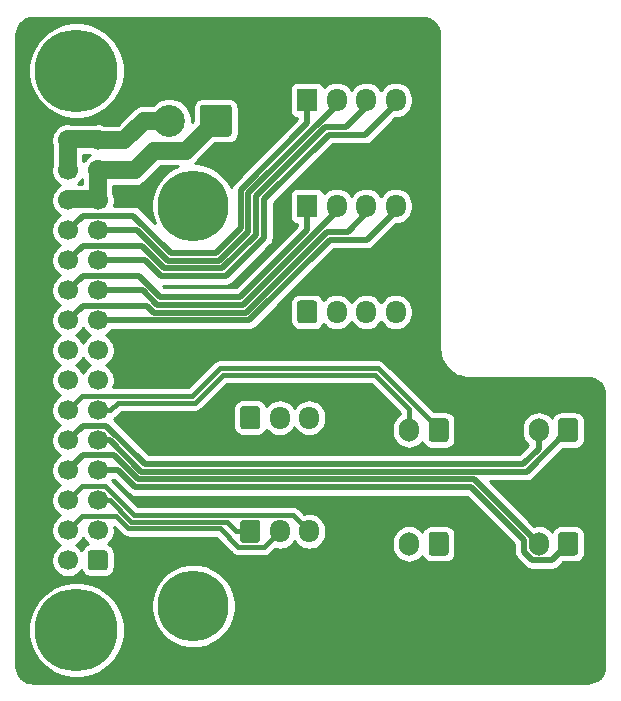
<source format=gbl>
G04 #@! TF.GenerationSoftware,KiCad,Pcbnew,(5.1.9)-1*
G04 #@! TF.CreationDate,2021-05-02T18:34:13-04:00*
G04 #@! TF.ProjectId,Transfer_Board,5472616e-7366-4657-925f-426f6172642e,rev?*
G04 #@! TF.SameCoordinates,Original*
G04 #@! TF.FileFunction,Copper,L2,Bot*
G04 #@! TF.FilePolarity,Positive*
%FSLAX46Y46*%
G04 Gerber Fmt 4.6, Leading zero omitted, Abs format (unit mm)*
G04 Created by KiCad (PCBNEW (5.1.9)-1) date 2021-05-02 18:34:13*
%MOMM*%
%LPD*%
G01*
G04 APERTURE LIST*
G04 #@! TA.AperFunction,ComponentPad*
%ADD10C,7.000000*%
G04 #@! TD*
G04 #@! TA.AperFunction,ComponentPad*
%ADD11C,1.700000*%
G04 #@! TD*
G04 #@! TA.AperFunction,ComponentPad*
%ADD12C,6.000000*%
G04 #@! TD*
G04 #@! TA.AperFunction,ComponentPad*
%ADD13O,1.700000X1.950000*%
G04 #@! TD*
G04 #@! TA.AperFunction,ComponentPad*
%ADD14O,1.700000X2.000000*%
G04 #@! TD*
G04 #@! TA.AperFunction,ComponentPad*
%ADD15R,1.700000X1.950000*%
G04 #@! TD*
G04 #@! TA.AperFunction,ComponentPad*
%ADD16C,2.700000*%
G04 #@! TD*
G04 #@! TA.AperFunction,Conductor*
%ADD17C,0.400000*%
G04 #@! TD*
G04 #@! TA.AperFunction,Conductor*
%ADD18C,0.300000*%
G04 #@! TD*
G04 #@! TA.AperFunction,Conductor*
%ADD19C,1.500000*%
G04 #@! TD*
G04 #@! TA.AperFunction,Conductor*
%ADD20C,0.500000*%
G04 #@! TD*
G04 #@! TA.AperFunction,NonConductor*
%ADD21C,0.254000*%
G04 #@! TD*
G04 #@! TA.AperFunction,NonConductor*
%ADD22C,0.100000*%
G04 #@! TD*
G04 APERTURE END LIST*
D10*
X105700000Y-47565000D03*
X105700000Y-94935000D03*
D11*
X104960000Y-53470000D03*
X104960000Y-56010000D03*
X104960000Y-58550000D03*
X104960000Y-61090000D03*
X104960000Y-63630000D03*
X104960000Y-66170000D03*
X104960000Y-68710000D03*
X104960000Y-71250000D03*
X104960000Y-73790000D03*
X104960000Y-76330000D03*
X104960000Y-78870000D03*
X104960000Y-81410000D03*
X104960000Y-83950000D03*
X104960000Y-86490000D03*
X104960000Y-89030000D03*
X107500000Y-53470000D03*
X107500000Y-56010000D03*
X107500000Y-58550000D03*
X107500000Y-61090000D03*
X107500000Y-63630000D03*
X107500000Y-66170000D03*
X107500000Y-68710000D03*
X107500000Y-71250000D03*
X107500000Y-73790000D03*
X107500000Y-76330000D03*
X107500000Y-78870000D03*
X107500000Y-81410000D03*
X107500000Y-83950000D03*
X107500000Y-86490000D03*
G04 #@! TA.AperFunction,ComponentPad*
G36*
G01*
X108350000Y-88430000D02*
X108350000Y-89630000D01*
G75*
G02*
X108100000Y-89880000I-250000J0D01*
G01*
X106900000Y-89880000D01*
G75*
G02*
X106650000Y-89630000I0J250000D01*
G01*
X106650000Y-88430000D01*
G75*
G02*
X106900000Y-88180000I250000J0D01*
G01*
X108100000Y-88180000D01*
G75*
G02*
X108350000Y-88430000I0J-250000D01*
G01*
G37*
G04 #@! TD.AperFunction*
D12*
X115600000Y-92900000D03*
X115600000Y-59000000D03*
D13*
X132730000Y-68000000D03*
X130230000Y-68000000D03*
X127730000Y-68000000D03*
G04 #@! TA.AperFunction,ComponentPad*
G36*
G01*
X124380000Y-68725000D02*
X124380000Y-67275000D01*
G75*
G02*
X124630000Y-67025000I250000J0D01*
G01*
X125830000Y-67025000D01*
G75*
G02*
X126080000Y-67275000I0J-250000D01*
G01*
X126080000Y-68725000D01*
G75*
G02*
X125830000Y-68975000I-250000J0D01*
G01*
X124630000Y-68975000D01*
G75*
G02*
X124380000Y-68725000I0J250000D01*
G01*
G37*
G04 #@! TD.AperFunction*
D14*
X133858000Y-78000000D03*
G04 #@! TA.AperFunction,ComponentPad*
G36*
G01*
X137208000Y-77250000D02*
X137208000Y-78750000D01*
G75*
G02*
X136958000Y-79000000I-250000J0D01*
G01*
X135758000Y-79000000D01*
G75*
G02*
X135508000Y-78750000I0J250000D01*
G01*
X135508000Y-77250000D01*
G75*
G02*
X135758000Y-77000000I250000J0D01*
G01*
X136958000Y-77000000D01*
G75*
G02*
X137208000Y-77250000I0J-250000D01*
G01*
G37*
G04 #@! TD.AperFunction*
D13*
X132730000Y-59025000D03*
X130230000Y-59025000D03*
X127730000Y-59025000D03*
D15*
X125230000Y-59025000D03*
D13*
X125396000Y-76950000D03*
X122896000Y-76950000D03*
G04 #@! TA.AperFunction,ComponentPad*
G36*
G01*
X119546000Y-77675000D02*
X119546000Y-76225000D01*
G75*
G02*
X119796000Y-75975000I250000J0D01*
G01*
X120996000Y-75975000D01*
G75*
G02*
X121246000Y-76225000I0J-250000D01*
G01*
X121246000Y-77675000D01*
G75*
G02*
X120996000Y-77925000I-250000J0D01*
G01*
X119796000Y-77925000D01*
G75*
G02*
X119546000Y-77675000I0J250000D01*
G01*
G37*
G04 #@! TD.AperFunction*
D14*
X133858000Y-87630000D03*
G04 #@! TA.AperFunction,ComponentPad*
G36*
G01*
X137208000Y-86880000D02*
X137208000Y-88380000D01*
G75*
G02*
X136958000Y-88630000I-250000J0D01*
G01*
X135758000Y-88630000D01*
G75*
G02*
X135508000Y-88380000I0J250000D01*
G01*
X135508000Y-86880000D01*
G75*
G02*
X135758000Y-86630000I250000J0D01*
G01*
X136958000Y-86630000D01*
G75*
G02*
X137208000Y-86880000I0J-250000D01*
G01*
G37*
G04 #@! TD.AperFunction*
G04 #@! TA.AperFunction,ComponentPad*
G36*
G01*
X148170000Y-86880000D02*
X148170000Y-88380000D01*
G75*
G02*
X147920000Y-88630000I-250000J0D01*
G01*
X146720000Y-88630000D01*
G75*
G02*
X146470000Y-88380000I0J250000D01*
G01*
X146470000Y-86880000D01*
G75*
G02*
X146720000Y-86630000I250000J0D01*
G01*
X147920000Y-86630000D01*
G75*
G02*
X148170000Y-86880000I0J-250000D01*
G01*
G37*
G04 #@! TD.AperFunction*
X144820000Y-87630000D03*
D13*
X132730000Y-50050000D03*
X130230000Y-50050000D03*
X127730000Y-50050000D03*
D15*
X125230000Y-50050000D03*
G04 #@! TA.AperFunction,ComponentPad*
G36*
G01*
X148170000Y-77250000D02*
X148170000Y-78750000D01*
G75*
G02*
X147920000Y-79000000I-250000J0D01*
G01*
X146720000Y-79000000D01*
G75*
G02*
X146470000Y-78750000I0J250000D01*
G01*
X146470000Y-77250000D01*
G75*
G02*
X146720000Y-77000000I250000J0D01*
G01*
X147920000Y-77000000D01*
G75*
G02*
X148170000Y-77250000I0J-250000D01*
G01*
G37*
G04 #@! TD.AperFunction*
D14*
X144820000Y-78000000D03*
G04 #@! TA.AperFunction,ComponentPad*
G36*
G01*
X118850000Y-50700001D02*
X118850000Y-52899999D01*
G75*
G02*
X118599999Y-53150000I-250001J0D01*
G01*
X116400001Y-53150000D01*
G75*
G02*
X116150000Y-52899999I0J250001D01*
G01*
X116150000Y-50700001D01*
G75*
G02*
X116400001Y-50450000I250001J0D01*
G01*
X118599999Y-50450000D01*
G75*
G02*
X118850000Y-50700001I0J-250001D01*
G01*
G37*
G04 #@! TD.AperFunction*
D16*
X113540000Y-51800000D03*
D13*
X125396000Y-86580000D03*
X122896000Y-86580000D03*
G04 #@! TA.AperFunction,ComponentPad*
G36*
G01*
X119546000Y-87305000D02*
X119546000Y-85855000D01*
G75*
G02*
X119796000Y-85605000I250000J0D01*
G01*
X120996000Y-85605000D01*
G75*
G02*
X121246000Y-85855000I0J-250000D01*
G01*
X121246000Y-87305000D01*
G75*
G02*
X120996000Y-87555000I-250000J0D01*
G01*
X119796000Y-87555000D01*
G75*
G02*
X119546000Y-87305000I0J250000D01*
G01*
G37*
G04 #@! TD.AperFunction*
D17*
X125396000Y-86534000D02*
X125396000Y-86580000D01*
X124033000Y-85217000D02*
X125396000Y-86580000D01*
X110546702Y-85217000D02*
X124033000Y-85217000D01*
X108077201Y-82747499D02*
X110546702Y-85217000D01*
X106162501Y-82747499D02*
X108077201Y-82747499D01*
X104960000Y-83950000D02*
X106162501Y-82747499D01*
D18*
X122896000Y-86580000D02*
X122569546Y-86580000D01*
D17*
X107591224Y-83950000D02*
X107500000Y-83950000D01*
X122896000Y-86574000D02*
X122896000Y-86580000D01*
X122896000Y-86121835D02*
X122896000Y-86580000D01*
X121568590Y-87907410D02*
X122896000Y-86580000D01*
X110089072Y-86321820D02*
X117817820Y-86321820D01*
X117817820Y-86321820D02*
X119403410Y-87907410D01*
X109054753Y-85287499D02*
X110089072Y-86321820D01*
X106162501Y-85287499D02*
X109054753Y-85287499D01*
X119403410Y-87907410D02*
X121568590Y-87907410D01*
X104960000Y-86490000D02*
X106162501Y-85287499D01*
X119219000Y-86580000D02*
X120396000Y-86580000D01*
X118408410Y-85769410D02*
X119219000Y-86580000D01*
X110317887Y-85769410D02*
X118408410Y-85769410D01*
X108498478Y-83950000D02*
X110317887Y-85769410D01*
X107500000Y-83950000D02*
X108498478Y-83950000D01*
D19*
X104960000Y-53390000D02*
X107500000Y-53390000D01*
X104960000Y-55930000D02*
X104960000Y-53390000D01*
X109725000Y-53470000D02*
X111395000Y-51800000D01*
X107500000Y-53470000D02*
X109725000Y-53470000D01*
X111395000Y-51800000D02*
X113540000Y-51800000D01*
X107500000Y-58470000D02*
X107500000Y-55930000D01*
X104960000Y-58470000D02*
X107500000Y-58470000D01*
X114944000Y-54356000D02*
X117500000Y-51800000D01*
X107500000Y-56010000D02*
X110614000Y-56010000D01*
X112268000Y-54356000D02*
X114944000Y-54356000D01*
X110614000Y-56010000D02*
X112268000Y-54356000D01*
D18*
X107607961Y-78800000D02*
X107500000Y-78800000D01*
D20*
X107736348Y-78870000D02*
X107500000Y-78870000D01*
X144820000Y-78000000D02*
X144820000Y-78065000D01*
X143534348Y-80863006D02*
X144820000Y-79577354D01*
X144820000Y-79577354D02*
X144820000Y-78000000D01*
X111470006Y-80863006D02*
X143534348Y-80863006D01*
X108224499Y-77617499D02*
X111470006Y-80863006D01*
X106212501Y-77617499D02*
X108224499Y-77617499D01*
X104960000Y-78870000D02*
X106212501Y-77617499D01*
X147320000Y-78000000D02*
X147320000Y-77978000D01*
X143804584Y-81515416D02*
X147320000Y-78000000D01*
X111199770Y-81515416D02*
X143804584Y-81515416D01*
X108554354Y-78870000D02*
X111199770Y-81515416D01*
X107500000Y-78870000D02*
X108554354Y-78870000D01*
D17*
X107500000Y-68640000D02*
X107500000Y-68739600D01*
X107500000Y-68640000D02*
X107678672Y-68640000D01*
D20*
X127176882Y-61866410D02*
X130284590Y-61866410D01*
X130284590Y-61866410D02*
X132730000Y-59421000D01*
X132730000Y-59421000D02*
X132730000Y-59025000D01*
X107500000Y-68710000D02*
X120333294Y-68709999D01*
X120333294Y-68709999D02*
X127176882Y-61866410D01*
X111653499Y-67457499D02*
X112253589Y-68057589D01*
X112253589Y-68057589D02*
X120063057Y-68057589D01*
X106212501Y-67457499D02*
X111653499Y-67457499D01*
X104960000Y-68710000D02*
X106212501Y-67457499D01*
X130230000Y-59635000D02*
X130230000Y-59025000D01*
X128651000Y-61214000D02*
X130230000Y-59635000D01*
X126906646Y-61214000D02*
X128651000Y-61214000D01*
X120063057Y-68057589D02*
X126906646Y-61214000D01*
X127730000Y-59468000D02*
X127730000Y-59067000D01*
X112523826Y-67405178D02*
X119792822Y-67405178D01*
X111288648Y-66170000D02*
X112523826Y-67405178D01*
X107500000Y-66170000D02*
X111288648Y-66170000D01*
X119792822Y-67405178D02*
X127730000Y-59468000D01*
X125230000Y-60952000D02*
X125230000Y-59067000D01*
X112794064Y-66752770D02*
X119522584Y-66752770D01*
X110958793Y-64917499D02*
X112794064Y-66752770D01*
X106212501Y-64917499D02*
X110958793Y-64917499D01*
X119522584Y-66752770D02*
X125230000Y-61045354D01*
X104960000Y-66170000D02*
X106212501Y-64917499D01*
D17*
X107500000Y-63560000D02*
X107678672Y-63560000D01*
D20*
X112869288Y-64957231D02*
X112487115Y-64575058D01*
X118330712Y-64957231D02*
X112869288Y-64957231D01*
X111542060Y-63630000D02*
X107500000Y-63630000D01*
X112487115Y-64575055D02*
X111542060Y-63630000D01*
X121557231Y-61730712D02*
X118330712Y-64957231D01*
X132730000Y-50404000D02*
X132730000Y-50008000D01*
X121557231Y-58469063D02*
X127049883Y-52976411D01*
X130157589Y-52976411D02*
X132730000Y-50404000D01*
X121557231Y-61730712D02*
X121557231Y-58469063D01*
X127049883Y-52976411D02*
X130157589Y-52976411D01*
X104960000Y-63630000D02*
X106212501Y-62377499D01*
X113139526Y-64304820D02*
X118060475Y-64304819D01*
X111212205Y-62377499D02*
X113139526Y-64304820D01*
X106212501Y-62377499D02*
X111212205Y-62377499D01*
X118060475Y-64304819D02*
X120904820Y-61460475D01*
X126779646Y-52324000D02*
X128524000Y-52324000D01*
X130230000Y-50618000D02*
X130230000Y-50008000D01*
X120904820Y-58198826D02*
X126779646Y-52324000D01*
X128524000Y-52324000D02*
X130230000Y-50618000D01*
X120904820Y-61460475D02*
X120904820Y-58198826D01*
X113409762Y-63652410D02*
X110847352Y-61090000D01*
X117790236Y-63652410D02*
X113409762Y-63652410D01*
X110847352Y-61090000D02*
X107500000Y-61090000D01*
X120252410Y-61190237D02*
X117790236Y-63652410D01*
X127730000Y-50451000D02*
X120252410Y-57928590D01*
X120252410Y-57928590D02*
X120252410Y-61190237D01*
X127730000Y-50050000D02*
X127730000Y-50451000D01*
X110517597Y-59837599D02*
X106212401Y-59837599D01*
X106212401Y-59837599D02*
X104960000Y-61090000D01*
X113679999Y-63000001D02*
X110517597Y-59837599D01*
X119600001Y-60920001D02*
X117520001Y-63000001D01*
X117520001Y-63000001D02*
X113679999Y-63000001D01*
X119600001Y-60920001D02*
X119600001Y-57658353D01*
X119600001Y-57658353D02*
X125230000Y-52028354D01*
X125230000Y-51935000D02*
X125230000Y-50050000D01*
X109249062Y-81410000D02*
X110659296Y-82820236D01*
X107500000Y-81410000D02*
X109249062Y-81410000D01*
X108898708Y-80137000D02*
X110929533Y-82167826D01*
X106233000Y-80137000D02*
X108898708Y-80137000D01*
X104960000Y-81410000D02*
X106233000Y-80137000D01*
X139357826Y-82167826D02*
X144820000Y-87630000D01*
X110929533Y-82167826D02*
X139357826Y-82167826D01*
X110659296Y-82820236D02*
X139087590Y-82820236D01*
X139087590Y-82820236D02*
X143256000Y-86988646D01*
X143256000Y-86995000D02*
X143567590Y-87306590D01*
X143256000Y-86988646D02*
X143256000Y-86995000D01*
X145917590Y-89032410D02*
X147320000Y-87630000D01*
X144301235Y-89032410D02*
X145917590Y-89032410D01*
X143567590Y-88298765D02*
X144301235Y-89032410D01*
X143567590Y-87306590D02*
X143567590Y-88298765D01*
D18*
X133858000Y-78000000D02*
X133858000Y-78304120D01*
X133858000Y-78000000D02*
X133858000Y-78050120D01*
D17*
X133858000Y-76219224D02*
X133858000Y-78000000D01*
X118084814Y-73323410D02*
X130962186Y-73323410D01*
X130962186Y-73323410D02*
X133858000Y-76219224D01*
X109206691Y-75679909D02*
X115728316Y-75679909D01*
X115728316Y-75679909D02*
X118084814Y-73323410D01*
X108556600Y-76330000D02*
X109206691Y-75679909D01*
X107500000Y-76330000D02*
X108556600Y-76330000D01*
X136358000Y-78000000D02*
X136358000Y-77938000D01*
X136358000Y-77938000D02*
X131191000Y-72771000D01*
X131191000Y-72771000D02*
X117856000Y-72771000D01*
X106162501Y-75127499D02*
X104960000Y-76330000D01*
X115499501Y-75127499D02*
X106162501Y-75127499D01*
X117856000Y-72771000D02*
X115499501Y-75127499D01*
D21*
X135270982Y-43131457D02*
X135531634Y-43210153D01*
X135772045Y-43337982D01*
X135983044Y-43510069D01*
X136156602Y-43719864D01*
X136286102Y-43959371D01*
X136366618Y-44219476D01*
X136398001Y-44518061D01*
X136398000Y-71029565D01*
X136400614Y-71056103D01*
X136400527Y-71068524D01*
X136401347Y-71076890D01*
X136442148Y-71465082D01*
X136453109Y-71518479D01*
X136463343Y-71572126D01*
X136465772Y-71580172D01*
X136581196Y-71953047D01*
X136602359Y-72003391D01*
X136622780Y-72053935D01*
X136626725Y-72061356D01*
X136812376Y-72404711D01*
X136842907Y-72449975D01*
X136872765Y-72495602D01*
X136878077Y-72502116D01*
X137126883Y-72802871D01*
X137165626Y-72841344D01*
X137203774Y-72880299D01*
X137210250Y-72885657D01*
X137512735Y-73132358D01*
X137558179Y-73162551D01*
X137603201Y-73193378D01*
X137610594Y-73197376D01*
X137955236Y-73380626D01*
X138005671Y-73401414D01*
X138055833Y-73422913D01*
X138063858Y-73425397D01*
X138063864Y-73425399D01*
X138437534Y-73538216D01*
X138491051Y-73548813D01*
X138544427Y-73560158D01*
X138552786Y-73561037D01*
X138941255Y-73599127D01*
X138941263Y-73599127D01*
X138970434Y-73602000D01*
X148970556Y-73602000D01*
X149270982Y-73631457D01*
X149531634Y-73710153D01*
X149772045Y-73837982D01*
X149983044Y-74010069D01*
X150156602Y-74219864D01*
X150286102Y-74459371D01*
X150366618Y-74719476D01*
X150398001Y-75018061D01*
X150398000Y-97970556D01*
X150368543Y-98270979D01*
X150289847Y-98531636D01*
X150162020Y-98772042D01*
X149989930Y-98983045D01*
X149780139Y-99156600D01*
X149540629Y-99286102D01*
X149280524Y-99366618D01*
X148981948Y-99398000D01*
X102029444Y-99398000D01*
X101729021Y-99368543D01*
X101468364Y-99289847D01*
X101227958Y-99162020D01*
X101016955Y-98989930D01*
X100843400Y-98780139D01*
X100713898Y-98540629D01*
X100633382Y-98280524D01*
X100602000Y-97981948D01*
X100602000Y-94533451D01*
X101623000Y-94533451D01*
X101623000Y-95336549D01*
X101779677Y-96124217D01*
X102087009Y-96866184D01*
X102533187Y-97533936D01*
X103101064Y-98101813D01*
X103768816Y-98547991D01*
X104510783Y-98855323D01*
X105298451Y-99012000D01*
X106101549Y-99012000D01*
X106889217Y-98855323D01*
X107631184Y-98547991D01*
X108298936Y-98101813D01*
X108866813Y-97533936D01*
X109312991Y-96866184D01*
X109620323Y-96124217D01*
X109777000Y-95336549D01*
X109777000Y-94533451D01*
X109620323Y-93745783D01*
X109312991Y-93003816D01*
X109008222Y-92547696D01*
X112023000Y-92547696D01*
X112023000Y-93252304D01*
X112160462Y-93943373D01*
X112430103Y-94594345D01*
X112821562Y-95180205D01*
X113319795Y-95678438D01*
X113905655Y-96069897D01*
X114556627Y-96339538D01*
X115247696Y-96477000D01*
X115952304Y-96477000D01*
X116643373Y-96339538D01*
X117294345Y-96069897D01*
X117880205Y-95678438D01*
X118378438Y-95180205D01*
X118769897Y-94594345D01*
X119039538Y-93943373D01*
X119177000Y-93252304D01*
X119177000Y-92547696D01*
X119039538Y-91856627D01*
X118769897Y-91205655D01*
X118378438Y-90619795D01*
X117880205Y-90121562D01*
X117294345Y-89730103D01*
X116643373Y-89460462D01*
X115952304Y-89323000D01*
X115247696Y-89323000D01*
X114556627Y-89460462D01*
X113905655Y-89730103D01*
X113319795Y-90121562D01*
X112821562Y-90619795D01*
X112430103Y-91205655D01*
X112160462Y-91856627D01*
X112023000Y-92547696D01*
X109008222Y-92547696D01*
X108866813Y-92336064D01*
X108298936Y-91768187D01*
X107631184Y-91322009D01*
X106889217Y-91014677D01*
X106101549Y-90858000D01*
X105298451Y-90858000D01*
X104510783Y-91014677D01*
X103768816Y-91322009D01*
X103101064Y-91768187D01*
X102533187Y-92336064D01*
X102087009Y-93003816D01*
X101779677Y-93745783D01*
X101623000Y-94533451D01*
X100602000Y-94533451D01*
X100602000Y-53329453D01*
X103533000Y-53329453D01*
X103533000Y-53610547D01*
X103587838Y-53886241D01*
X103633001Y-53995273D01*
X103633000Y-55484729D01*
X103587838Y-55593759D01*
X103533000Y-55869453D01*
X103533000Y-56150547D01*
X103587838Y-56426241D01*
X103695409Y-56685938D01*
X103851576Y-56919660D01*
X104050340Y-57118424D01*
X104284062Y-57274591D01*
X104297120Y-57280000D01*
X104284062Y-57285409D01*
X104050340Y-57441576D01*
X103851576Y-57640340D01*
X103695409Y-57874062D01*
X103587838Y-58133759D01*
X103533000Y-58409453D01*
X103533000Y-58690547D01*
X103587838Y-58966241D01*
X103695409Y-59225938D01*
X103851576Y-59459660D01*
X104050340Y-59658424D01*
X104284062Y-59814591D01*
X104297120Y-59820000D01*
X104284062Y-59825409D01*
X104050340Y-59981576D01*
X103851576Y-60180340D01*
X103695409Y-60414062D01*
X103587838Y-60673759D01*
X103533000Y-60949453D01*
X103533000Y-61230547D01*
X103587838Y-61506241D01*
X103695409Y-61765938D01*
X103851576Y-61999660D01*
X104050340Y-62198424D01*
X104284062Y-62354591D01*
X104297120Y-62360000D01*
X104284062Y-62365409D01*
X104050340Y-62521576D01*
X103851576Y-62720340D01*
X103695409Y-62954062D01*
X103587838Y-63213759D01*
X103533000Y-63489453D01*
X103533000Y-63770547D01*
X103587838Y-64046241D01*
X103695409Y-64305938D01*
X103851576Y-64539660D01*
X104050340Y-64738424D01*
X104284062Y-64894591D01*
X104297120Y-64900000D01*
X104284062Y-64905409D01*
X104050340Y-65061576D01*
X103851576Y-65260340D01*
X103695409Y-65494062D01*
X103587838Y-65753759D01*
X103533000Y-66029453D01*
X103533000Y-66310547D01*
X103587838Y-66586241D01*
X103695409Y-66845938D01*
X103851576Y-67079660D01*
X104050340Y-67278424D01*
X104284062Y-67434591D01*
X104297120Y-67440000D01*
X104284062Y-67445409D01*
X104050340Y-67601576D01*
X103851576Y-67800340D01*
X103695409Y-68034062D01*
X103587838Y-68293759D01*
X103533000Y-68569453D01*
X103533000Y-68850547D01*
X103587838Y-69126241D01*
X103695409Y-69385938D01*
X103851576Y-69619660D01*
X104050340Y-69818424D01*
X104284062Y-69974591D01*
X104297120Y-69980000D01*
X104284062Y-69985409D01*
X104050340Y-70141576D01*
X103851576Y-70340340D01*
X103695409Y-70574062D01*
X103587838Y-70833759D01*
X103533000Y-71109453D01*
X103533000Y-71390547D01*
X103587838Y-71666241D01*
X103695409Y-71925938D01*
X103851576Y-72159660D01*
X104050340Y-72358424D01*
X104284062Y-72514591D01*
X104297120Y-72520000D01*
X104284062Y-72525409D01*
X104050340Y-72681576D01*
X103851576Y-72880340D01*
X103695409Y-73114062D01*
X103587838Y-73373759D01*
X103533000Y-73649453D01*
X103533000Y-73930547D01*
X103587838Y-74206241D01*
X103695409Y-74465938D01*
X103851576Y-74699660D01*
X104050340Y-74898424D01*
X104284062Y-75054591D01*
X104297120Y-75060000D01*
X104284062Y-75065409D01*
X104050340Y-75221576D01*
X103851576Y-75420340D01*
X103695409Y-75654062D01*
X103587838Y-75913759D01*
X103533000Y-76189453D01*
X103533000Y-76470547D01*
X103587838Y-76746241D01*
X103695409Y-77005938D01*
X103851576Y-77239660D01*
X104050340Y-77438424D01*
X104284062Y-77594591D01*
X104297120Y-77600000D01*
X104284062Y-77605409D01*
X104050340Y-77761576D01*
X103851576Y-77960340D01*
X103695409Y-78194062D01*
X103587838Y-78453759D01*
X103533000Y-78729453D01*
X103533000Y-79010547D01*
X103587838Y-79286241D01*
X103695409Y-79545938D01*
X103851576Y-79779660D01*
X104050340Y-79978424D01*
X104284062Y-80134591D01*
X104297120Y-80140000D01*
X104284062Y-80145409D01*
X104050340Y-80301576D01*
X103851576Y-80500340D01*
X103695409Y-80734062D01*
X103587838Y-80993759D01*
X103533000Y-81269453D01*
X103533000Y-81550547D01*
X103587838Y-81826241D01*
X103695409Y-82085938D01*
X103851576Y-82319660D01*
X104050340Y-82518424D01*
X104284062Y-82674591D01*
X104297120Y-82680000D01*
X104284062Y-82685409D01*
X104050340Y-82841576D01*
X103851576Y-83040340D01*
X103695409Y-83274062D01*
X103587838Y-83533759D01*
X103533000Y-83809453D01*
X103533000Y-84090547D01*
X103587838Y-84366241D01*
X103695409Y-84625938D01*
X103851576Y-84859660D01*
X104050340Y-85058424D01*
X104284062Y-85214591D01*
X104297120Y-85220000D01*
X104284062Y-85225409D01*
X104050340Y-85381576D01*
X103851576Y-85580340D01*
X103695409Y-85814062D01*
X103587838Y-86073759D01*
X103533000Y-86349453D01*
X103533000Y-86630547D01*
X103587838Y-86906241D01*
X103695409Y-87165938D01*
X103851576Y-87399660D01*
X104050340Y-87598424D01*
X104284062Y-87754591D01*
X104297120Y-87760000D01*
X104284062Y-87765409D01*
X104050340Y-87921576D01*
X103851576Y-88120340D01*
X103695409Y-88354062D01*
X103587838Y-88613759D01*
X103533000Y-88889453D01*
X103533000Y-89170547D01*
X103587838Y-89446241D01*
X103695409Y-89705938D01*
X103851576Y-89939660D01*
X104050340Y-90138424D01*
X104284062Y-90294591D01*
X104543759Y-90402162D01*
X104819453Y-90457000D01*
X105100547Y-90457000D01*
X105376241Y-90402162D01*
X105635938Y-90294591D01*
X105869660Y-90138424D01*
X106068424Y-89939660D01*
X106111448Y-89875270D01*
X106133373Y-89947547D01*
X106210054Y-90091007D01*
X106313249Y-90216751D01*
X106438993Y-90319946D01*
X106582453Y-90396627D01*
X106738116Y-90443847D01*
X106900000Y-90459791D01*
X108100000Y-90459791D01*
X108261884Y-90443847D01*
X108417547Y-90396627D01*
X108561007Y-90319946D01*
X108686751Y-90216751D01*
X108789946Y-90091007D01*
X108866627Y-89947547D01*
X108913847Y-89791884D01*
X108929791Y-89630000D01*
X108929791Y-88430000D01*
X108913847Y-88268116D01*
X108866627Y-88112453D01*
X108789946Y-87968993D01*
X108686751Y-87843249D01*
X108561007Y-87740054D01*
X108417547Y-87663373D01*
X108345270Y-87641448D01*
X108409660Y-87598424D01*
X108608424Y-87399660D01*
X108764591Y-87165938D01*
X108872162Y-86906241D01*
X108927000Y-86630547D01*
X108927000Y-86349453D01*
X108904439Y-86236028D01*
X109512662Y-86844254D01*
X109536992Y-86873900D01*
X109566636Y-86898228D01*
X109655304Y-86970997D01*
X109725048Y-87008275D01*
X109790288Y-87043147D01*
X109936753Y-87087577D01*
X110050906Y-87098820D01*
X110050917Y-87098820D01*
X110089070Y-87102578D01*
X110127226Y-87098820D01*
X117495977Y-87098820D01*
X118827002Y-88429846D01*
X118851330Y-88459490D01*
X118880974Y-88483818D01*
X118880975Y-88483819D01*
X118969643Y-88556587D01*
X118996103Y-88570730D01*
X119104626Y-88628737D01*
X119251091Y-88673167D01*
X119365244Y-88684410D01*
X119365246Y-88684410D01*
X119403410Y-88688169D01*
X119441573Y-88684410D01*
X121530427Y-88684410D01*
X121568590Y-88688169D01*
X121606753Y-88684410D01*
X121606756Y-88684410D01*
X121720909Y-88673167D01*
X121867374Y-88628737D01*
X122002356Y-88556587D01*
X122120670Y-88459490D01*
X122145002Y-88429841D01*
X122499047Y-88075796D01*
X122616260Y-88111352D01*
X122896000Y-88138904D01*
X123175741Y-88111352D01*
X123444731Y-88029755D01*
X123692634Y-87897248D01*
X123909923Y-87718923D01*
X124088248Y-87501633D01*
X124146000Y-87393587D01*
X124203752Y-87501634D01*
X124382078Y-87718923D01*
X124599367Y-87897248D01*
X124847270Y-88029755D01*
X125116260Y-88111352D01*
X125396000Y-88138904D01*
X125675741Y-88111352D01*
X125944731Y-88029755D01*
X126192634Y-87897248D01*
X126409923Y-87718923D01*
X126588248Y-87501633D01*
X126637279Y-87409902D01*
X132431000Y-87409902D01*
X132431000Y-87850097D01*
X132451648Y-88059740D01*
X132533245Y-88328730D01*
X132665752Y-88576633D01*
X132844077Y-88793922D01*
X133061366Y-88972248D01*
X133309269Y-89104755D01*
X133578259Y-89186352D01*
X133858000Y-89213904D01*
X134137740Y-89186352D01*
X134406730Y-89104755D01*
X134654633Y-88972248D01*
X134871922Y-88793923D01*
X134980482Y-88661644D01*
X134991373Y-88697547D01*
X135068054Y-88841007D01*
X135171249Y-88966751D01*
X135296993Y-89069946D01*
X135440453Y-89146627D01*
X135596116Y-89193847D01*
X135758000Y-89209791D01*
X136958000Y-89209791D01*
X137119884Y-89193847D01*
X137275547Y-89146627D01*
X137419007Y-89069946D01*
X137544751Y-88966751D01*
X137647946Y-88841007D01*
X137724627Y-88697547D01*
X137771847Y-88541884D01*
X137787791Y-88380000D01*
X137787791Y-86880000D01*
X137771847Y-86718116D01*
X137724627Y-86562453D01*
X137647946Y-86418993D01*
X137544751Y-86293249D01*
X137419007Y-86190054D01*
X137275547Y-86113373D01*
X137119884Y-86066153D01*
X136958000Y-86050209D01*
X135758000Y-86050209D01*
X135596116Y-86066153D01*
X135440453Y-86113373D01*
X135296993Y-86190054D01*
X135171249Y-86293249D01*
X135068054Y-86418993D01*
X134991373Y-86562453D01*
X134980482Y-86598356D01*
X134871923Y-86466077D01*
X134654634Y-86287752D01*
X134406731Y-86155245D01*
X134137741Y-86073648D01*
X133858000Y-86046096D01*
X133578260Y-86073648D01*
X133309270Y-86155245D01*
X133061367Y-86287752D01*
X132844078Y-86466077D01*
X132665752Y-86683366D01*
X132533245Y-86931269D01*
X132451648Y-87200259D01*
X132431000Y-87409902D01*
X126637279Y-87409902D01*
X126720755Y-87253730D01*
X126802352Y-86984740D01*
X126823000Y-86775097D01*
X126823000Y-86384902D01*
X126802352Y-86175259D01*
X126720755Y-85906269D01*
X126588248Y-85658366D01*
X126409922Y-85441077D01*
X126192633Y-85262752D01*
X125944730Y-85130245D01*
X125675740Y-85048648D01*
X125396000Y-85021096D01*
X125116259Y-85048648D01*
X124999047Y-85084204D01*
X124609412Y-84694569D01*
X124585080Y-84664920D01*
X124466766Y-84567823D01*
X124331784Y-84495673D01*
X124185319Y-84451243D01*
X124071166Y-84440000D01*
X124071163Y-84440000D01*
X124033000Y-84436241D01*
X123994837Y-84440000D01*
X110868546Y-84440000D01*
X108665545Y-82237000D01*
X108906507Y-82237000D01*
X110045799Y-83376294D01*
X110071690Y-83407842D01*
X110103237Y-83433732D01*
X110103243Y-83433738D01*
X110197615Y-83511187D01*
X110197617Y-83511188D01*
X110341286Y-83587981D01*
X110497176Y-83635270D01*
X110618672Y-83647236D01*
X110618684Y-83647236D01*
X110659295Y-83651236D01*
X110699906Y-83647236D01*
X138745037Y-83647236D01*
X142613419Y-87515619D01*
X142668394Y-87582606D01*
X142699951Y-87608504D01*
X142740590Y-87649143D01*
X142740591Y-88258142D01*
X142736590Y-88298765D01*
X142752557Y-88460885D01*
X142799846Y-88616775D01*
X142876638Y-88760444D01*
X142954088Y-88854816D01*
X142979985Y-88886371D01*
X143011537Y-88912265D01*
X143687738Y-89588468D01*
X143713629Y-89620016D01*
X143745176Y-89645906D01*
X143745183Y-89645913D01*
X143839555Y-89723362D01*
X143852167Y-89730103D01*
X143983225Y-89800155D01*
X144139115Y-89847444D01*
X144260611Y-89859410D01*
X144260621Y-89859410D01*
X144301235Y-89863410D01*
X144341849Y-89859410D01*
X145876976Y-89859410D01*
X145917590Y-89863410D01*
X145958204Y-89859410D01*
X145958214Y-89859410D01*
X146079710Y-89847444D01*
X146235600Y-89800155D01*
X146379269Y-89723362D01*
X146505196Y-89620016D01*
X146531095Y-89588458D01*
X146909762Y-89209791D01*
X147920000Y-89209791D01*
X148081884Y-89193847D01*
X148237547Y-89146627D01*
X148381007Y-89069946D01*
X148506751Y-88966751D01*
X148609946Y-88841007D01*
X148686627Y-88697547D01*
X148733847Y-88541884D01*
X148749791Y-88380000D01*
X148749791Y-86880000D01*
X148733847Y-86718116D01*
X148686627Y-86562453D01*
X148609946Y-86418993D01*
X148506751Y-86293249D01*
X148381007Y-86190054D01*
X148237547Y-86113373D01*
X148081884Y-86066153D01*
X147920000Y-86050209D01*
X146720000Y-86050209D01*
X146558116Y-86066153D01*
X146402453Y-86113373D01*
X146258993Y-86190054D01*
X146133249Y-86293249D01*
X146030054Y-86418993D01*
X145953373Y-86562453D01*
X145942482Y-86598356D01*
X145833923Y-86466077D01*
X145616634Y-86287752D01*
X145368731Y-86155245D01*
X145099741Y-86073648D01*
X144820000Y-86046096D01*
X144540260Y-86073648D01*
X144458120Y-86098565D01*
X140701969Y-82342416D01*
X143763970Y-82342416D01*
X143804584Y-82346416D01*
X143845198Y-82342416D01*
X143845208Y-82342416D01*
X143966704Y-82330450D01*
X144122594Y-82283161D01*
X144266263Y-82206368D01*
X144392190Y-82103022D01*
X144418089Y-82071464D01*
X146909763Y-79579791D01*
X147920000Y-79579791D01*
X148081884Y-79563847D01*
X148237547Y-79516627D01*
X148381007Y-79439946D01*
X148506751Y-79336751D01*
X148609946Y-79211007D01*
X148686627Y-79067547D01*
X148733847Y-78911884D01*
X148749791Y-78750000D01*
X148749791Y-77250000D01*
X148733847Y-77088116D01*
X148686627Y-76932453D01*
X148609946Y-76788993D01*
X148506751Y-76663249D01*
X148381007Y-76560054D01*
X148237547Y-76483373D01*
X148081884Y-76436153D01*
X147920000Y-76420209D01*
X146720000Y-76420209D01*
X146558116Y-76436153D01*
X146402453Y-76483373D01*
X146258993Y-76560054D01*
X146133249Y-76663249D01*
X146030054Y-76788993D01*
X145953373Y-76932453D01*
X145942482Y-76968356D01*
X145833923Y-76836077D01*
X145616634Y-76657752D01*
X145368731Y-76525245D01*
X145099741Y-76443648D01*
X144820000Y-76416096D01*
X144540260Y-76443648D01*
X144271270Y-76525245D01*
X144023367Y-76657752D01*
X143806078Y-76836077D01*
X143627752Y-77053366D01*
X143495245Y-77301269D01*
X143413648Y-77570259D01*
X143393000Y-77779902D01*
X143393000Y-78220097D01*
X143413648Y-78429740D01*
X143495245Y-78698730D01*
X143627752Y-78946633D01*
X143806077Y-79163922D01*
X143947672Y-79280127D01*
X143191795Y-80036006D01*
X111812560Y-80036006D01*
X108838004Y-77061451D01*
X108834816Y-77057566D01*
X108855384Y-77051327D01*
X108990366Y-76979177D01*
X109108680Y-76882080D01*
X109133012Y-76852431D01*
X109528535Y-76456909D01*
X115690153Y-76456909D01*
X115728316Y-76460668D01*
X115766479Y-76456909D01*
X115766482Y-76456909D01*
X115880635Y-76445666D01*
X116027100Y-76401236D01*
X116162082Y-76329086D01*
X116280396Y-76231989D01*
X116286131Y-76225000D01*
X118966209Y-76225000D01*
X118966209Y-77675000D01*
X118982153Y-77836884D01*
X119029373Y-77992547D01*
X119106054Y-78136007D01*
X119209249Y-78261751D01*
X119334993Y-78364946D01*
X119478453Y-78441627D01*
X119634116Y-78488847D01*
X119796000Y-78504791D01*
X120996000Y-78504791D01*
X121157884Y-78488847D01*
X121313547Y-78441627D01*
X121457007Y-78364946D01*
X121582751Y-78261751D01*
X121685946Y-78136007D01*
X121762627Y-77992547D01*
X121773518Y-77956644D01*
X121882078Y-78088923D01*
X122099367Y-78267248D01*
X122347270Y-78399755D01*
X122616260Y-78481352D01*
X122896000Y-78508904D01*
X123175741Y-78481352D01*
X123444731Y-78399755D01*
X123692634Y-78267248D01*
X123909923Y-78088923D01*
X124088248Y-77871633D01*
X124146000Y-77763587D01*
X124203752Y-77871634D01*
X124382078Y-78088923D01*
X124599367Y-78267248D01*
X124847270Y-78399755D01*
X125116260Y-78481352D01*
X125396000Y-78508904D01*
X125675741Y-78481352D01*
X125944731Y-78399755D01*
X126192634Y-78267248D01*
X126409923Y-78088923D01*
X126588248Y-77871633D01*
X126720755Y-77623730D01*
X126802352Y-77354740D01*
X126823000Y-77145097D01*
X126823000Y-76754902D01*
X126802352Y-76545259D01*
X126720755Y-76276269D01*
X126588248Y-76028366D01*
X126409922Y-75811077D01*
X126192633Y-75632752D01*
X125944730Y-75500245D01*
X125675740Y-75418648D01*
X125396000Y-75391096D01*
X125116259Y-75418648D01*
X124847269Y-75500245D01*
X124599366Y-75632752D01*
X124382077Y-75811078D01*
X124203752Y-76028367D01*
X124146000Y-76136413D01*
X124088248Y-76028366D01*
X123909922Y-75811077D01*
X123692633Y-75632752D01*
X123444730Y-75500245D01*
X123175740Y-75418648D01*
X122896000Y-75391096D01*
X122616259Y-75418648D01*
X122347269Y-75500245D01*
X122099366Y-75632752D01*
X121882077Y-75811078D01*
X121773518Y-75943357D01*
X121762627Y-75907453D01*
X121685946Y-75763993D01*
X121582751Y-75638249D01*
X121457007Y-75535054D01*
X121313547Y-75458373D01*
X121157884Y-75411153D01*
X120996000Y-75395209D01*
X119796000Y-75395209D01*
X119634116Y-75411153D01*
X119478453Y-75458373D01*
X119334993Y-75535054D01*
X119209249Y-75638249D01*
X119106054Y-75763993D01*
X119029373Y-75907453D01*
X118982153Y-76063116D01*
X118966209Y-76225000D01*
X116286131Y-76225000D01*
X116304729Y-76202339D01*
X118406658Y-74100410D01*
X130640343Y-74100410D01*
X133081000Y-76541068D01*
X133081000Y-76647258D01*
X133061367Y-76657752D01*
X132844078Y-76836077D01*
X132665752Y-77053366D01*
X132533245Y-77301269D01*
X132451648Y-77570259D01*
X132431000Y-77779902D01*
X132431000Y-78220097D01*
X132451648Y-78429740D01*
X132533245Y-78698730D01*
X132665752Y-78946633D01*
X132844077Y-79163922D01*
X133061366Y-79342248D01*
X133309269Y-79474755D01*
X133578259Y-79556352D01*
X133858000Y-79583904D01*
X134137740Y-79556352D01*
X134406730Y-79474755D01*
X134654633Y-79342248D01*
X134871922Y-79163923D01*
X134980482Y-79031644D01*
X134991373Y-79067547D01*
X135068054Y-79211007D01*
X135171249Y-79336751D01*
X135296993Y-79439946D01*
X135440453Y-79516627D01*
X135596116Y-79563847D01*
X135758000Y-79579791D01*
X136958000Y-79579791D01*
X137119884Y-79563847D01*
X137275547Y-79516627D01*
X137419007Y-79439946D01*
X137544751Y-79336751D01*
X137647946Y-79211007D01*
X137724627Y-79067547D01*
X137771847Y-78911884D01*
X137787791Y-78750000D01*
X137787791Y-77250000D01*
X137771847Y-77088116D01*
X137724627Y-76932453D01*
X137647946Y-76788993D01*
X137544751Y-76663249D01*
X137419007Y-76560054D01*
X137275547Y-76483373D01*
X137119884Y-76436153D01*
X136958000Y-76420209D01*
X135939053Y-76420209D01*
X131767413Y-72248570D01*
X131743080Y-72218920D01*
X131624766Y-72121823D01*
X131489784Y-72049673D01*
X131343319Y-72005243D01*
X131229166Y-71994000D01*
X131229163Y-71994000D01*
X131191000Y-71990241D01*
X131152837Y-71994000D01*
X117894163Y-71994000D01*
X117856000Y-71990241D01*
X117817836Y-71994000D01*
X117817834Y-71994000D01*
X117703681Y-72005243D01*
X117557216Y-72049673D01*
X117530738Y-72063826D01*
X117422233Y-72121823D01*
X117333565Y-72194591D01*
X117303920Y-72218920D01*
X117279592Y-72248564D01*
X115177658Y-74350499D01*
X108812408Y-74350499D01*
X108872162Y-74206241D01*
X108927000Y-73930547D01*
X108927000Y-73649453D01*
X108872162Y-73373759D01*
X108764591Y-73114062D01*
X108608424Y-72880340D01*
X108409660Y-72681576D01*
X108175938Y-72525409D01*
X108162880Y-72520000D01*
X108175938Y-72514591D01*
X108409660Y-72358424D01*
X108608424Y-72159660D01*
X108764591Y-71925938D01*
X108872162Y-71666241D01*
X108927000Y-71390547D01*
X108927000Y-71109453D01*
X108872162Y-70833759D01*
X108764591Y-70574062D01*
X108608424Y-70340340D01*
X108409660Y-70141576D01*
X108175938Y-69985409D01*
X108162880Y-69980000D01*
X108175938Y-69974591D01*
X108409660Y-69818424D01*
X108608424Y-69619660D01*
X108663655Y-69537000D01*
X120292670Y-69536998D01*
X120333294Y-69540999D01*
X120495414Y-69525032D01*
X120651304Y-69477743D01*
X120794973Y-69400951D01*
X120889345Y-69323501D01*
X120889347Y-69323499D01*
X120920900Y-69297604D01*
X120946795Y-69266051D01*
X122937846Y-67275000D01*
X123800209Y-67275000D01*
X123800209Y-68725000D01*
X123816153Y-68886884D01*
X123863373Y-69042547D01*
X123940054Y-69186007D01*
X124043249Y-69311751D01*
X124168993Y-69414946D01*
X124312453Y-69491627D01*
X124468116Y-69538847D01*
X124630000Y-69554791D01*
X125830000Y-69554791D01*
X125991884Y-69538847D01*
X126147547Y-69491627D01*
X126291007Y-69414946D01*
X126416751Y-69311751D01*
X126519946Y-69186007D01*
X126596627Y-69042547D01*
X126607518Y-69006644D01*
X126716078Y-69138923D01*
X126933367Y-69317248D01*
X127181270Y-69449755D01*
X127450260Y-69531352D01*
X127730000Y-69558904D01*
X128009741Y-69531352D01*
X128278731Y-69449755D01*
X128526634Y-69317248D01*
X128743923Y-69138923D01*
X128922248Y-68921633D01*
X128980000Y-68813587D01*
X129037752Y-68921634D01*
X129216078Y-69138923D01*
X129433367Y-69317248D01*
X129681270Y-69449755D01*
X129950260Y-69531352D01*
X130230000Y-69558904D01*
X130509741Y-69531352D01*
X130778731Y-69449755D01*
X131026634Y-69317248D01*
X131243923Y-69138923D01*
X131422248Y-68921633D01*
X131480000Y-68813587D01*
X131537752Y-68921634D01*
X131716078Y-69138923D01*
X131933367Y-69317248D01*
X132181270Y-69449755D01*
X132450260Y-69531352D01*
X132730000Y-69558904D01*
X133009741Y-69531352D01*
X133278731Y-69449755D01*
X133526634Y-69317248D01*
X133743923Y-69138923D01*
X133922248Y-68921633D01*
X134054755Y-68673730D01*
X134136352Y-68404740D01*
X134157000Y-68195097D01*
X134157000Y-67804902D01*
X134136352Y-67595259D01*
X134054755Y-67326269D01*
X133922248Y-67078366D01*
X133743922Y-66861077D01*
X133526633Y-66682752D01*
X133278730Y-66550245D01*
X133009740Y-66468648D01*
X132730000Y-66441096D01*
X132450259Y-66468648D01*
X132181269Y-66550245D01*
X131933366Y-66682752D01*
X131716077Y-66861078D01*
X131537752Y-67078367D01*
X131480000Y-67186413D01*
X131422248Y-67078366D01*
X131243922Y-66861077D01*
X131026633Y-66682752D01*
X130778730Y-66550245D01*
X130509740Y-66468648D01*
X130230000Y-66441096D01*
X129950259Y-66468648D01*
X129681269Y-66550245D01*
X129433366Y-66682752D01*
X129216077Y-66861078D01*
X129037752Y-67078367D01*
X128980000Y-67186413D01*
X128922248Y-67078366D01*
X128743922Y-66861077D01*
X128526633Y-66682752D01*
X128278730Y-66550245D01*
X128009740Y-66468648D01*
X127730000Y-66441096D01*
X127450259Y-66468648D01*
X127181269Y-66550245D01*
X126933366Y-66682752D01*
X126716077Y-66861078D01*
X126607518Y-66993357D01*
X126596627Y-66957453D01*
X126519946Y-66813993D01*
X126416751Y-66688249D01*
X126291007Y-66585054D01*
X126147547Y-66508373D01*
X125991884Y-66461153D01*
X125830000Y-66445209D01*
X124630000Y-66445209D01*
X124468116Y-66461153D01*
X124312453Y-66508373D01*
X124168993Y-66585054D01*
X124043249Y-66688249D01*
X123940054Y-66813993D01*
X123863373Y-66957453D01*
X123816153Y-67113116D01*
X123800209Y-67275000D01*
X122937846Y-67275000D01*
X127519437Y-62693410D01*
X130243976Y-62693410D01*
X130284590Y-62697410D01*
X130325204Y-62693410D01*
X130325214Y-62693410D01*
X130446710Y-62681444D01*
X130602600Y-62634155D01*
X130746269Y-62557362D01*
X130872196Y-62454016D01*
X130898095Y-62422458D01*
X132737376Y-60583178D01*
X133009741Y-60556352D01*
X133278731Y-60474755D01*
X133526634Y-60342248D01*
X133743923Y-60163923D01*
X133922248Y-59946633D01*
X134054755Y-59698730D01*
X134136352Y-59429740D01*
X134157000Y-59220097D01*
X134157000Y-58829902D01*
X134136352Y-58620259D01*
X134054755Y-58351269D01*
X133922248Y-58103366D01*
X133743922Y-57886077D01*
X133526633Y-57707752D01*
X133278730Y-57575245D01*
X133009740Y-57493648D01*
X132730000Y-57466096D01*
X132450259Y-57493648D01*
X132181269Y-57575245D01*
X131933366Y-57707752D01*
X131716077Y-57886078D01*
X131537752Y-58103367D01*
X131480000Y-58211413D01*
X131422248Y-58103366D01*
X131243922Y-57886077D01*
X131026633Y-57707752D01*
X130778730Y-57575245D01*
X130509740Y-57493648D01*
X130230000Y-57466096D01*
X129950259Y-57493648D01*
X129681269Y-57575245D01*
X129433366Y-57707752D01*
X129216077Y-57886078D01*
X129037752Y-58103367D01*
X128980000Y-58211413D01*
X128922248Y-58103366D01*
X128743922Y-57886077D01*
X128526633Y-57707752D01*
X128278730Y-57575245D01*
X128009740Y-57493648D01*
X127730000Y-57466096D01*
X127450259Y-57493648D01*
X127181269Y-57575245D01*
X126933366Y-57707752D01*
X126716077Y-57886078D01*
X126651407Y-57964878D01*
X126648650Y-57936888D01*
X126615657Y-57828124D01*
X126562079Y-57727885D01*
X126489974Y-57640026D01*
X126402115Y-57567921D01*
X126301876Y-57514343D01*
X126193112Y-57481350D01*
X126080000Y-57470209D01*
X124380000Y-57470209D01*
X124266888Y-57481350D01*
X124158124Y-57514343D01*
X124057885Y-57567921D01*
X123970026Y-57640026D01*
X123897921Y-57727885D01*
X123844343Y-57828124D01*
X123811350Y-57936888D01*
X123800209Y-58050000D01*
X123800209Y-60000000D01*
X123811350Y-60113112D01*
X123844343Y-60221876D01*
X123897921Y-60322115D01*
X123970026Y-60409974D01*
X124057885Y-60482079D01*
X124158124Y-60535657D01*
X124266888Y-60568650D01*
X124380000Y-60579791D01*
X124403000Y-60579791D01*
X124403000Y-60702800D01*
X119180031Y-65925770D01*
X113136618Y-65925770D01*
X112995079Y-65784231D01*
X118290098Y-65784231D01*
X118330712Y-65788231D01*
X118371326Y-65784231D01*
X118371336Y-65784231D01*
X118492832Y-65772265D01*
X118648722Y-65724976D01*
X118792391Y-65648183D01*
X118918318Y-65544837D01*
X118944217Y-65513279D01*
X122113285Y-62344212D01*
X122144837Y-62318318D01*
X122218779Y-62228220D01*
X122248183Y-62192392D01*
X122324975Y-62048723D01*
X122324976Y-62048722D01*
X122372265Y-61892832D01*
X122384231Y-61771336D01*
X122384231Y-61771326D01*
X122388231Y-61730712D01*
X122384231Y-61690098D01*
X122384231Y-58811616D01*
X127392437Y-53803411D01*
X130116975Y-53803411D01*
X130157589Y-53807411D01*
X130198203Y-53803411D01*
X130198213Y-53803411D01*
X130319709Y-53791445D01*
X130475599Y-53744156D01*
X130619268Y-53667363D01*
X130745195Y-53564017D01*
X130771094Y-53532459D01*
X132697820Y-51605735D01*
X132730000Y-51608904D01*
X133009741Y-51581352D01*
X133278731Y-51499755D01*
X133526634Y-51367248D01*
X133743923Y-51188923D01*
X133922248Y-50971633D01*
X134054755Y-50723730D01*
X134136352Y-50454740D01*
X134157000Y-50245097D01*
X134157000Y-49854902D01*
X134136352Y-49645259D01*
X134054755Y-49376269D01*
X133922248Y-49128366D01*
X133743922Y-48911077D01*
X133526633Y-48732752D01*
X133278730Y-48600245D01*
X133009740Y-48518648D01*
X132730000Y-48491096D01*
X132450259Y-48518648D01*
X132181269Y-48600245D01*
X131933366Y-48732752D01*
X131716077Y-48911078D01*
X131537752Y-49128367D01*
X131480000Y-49236413D01*
X131422248Y-49128366D01*
X131243922Y-48911077D01*
X131026633Y-48732752D01*
X130778730Y-48600245D01*
X130509740Y-48518648D01*
X130230000Y-48491096D01*
X129950259Y-48518648D01*
X129681269Y-48600245D01*
X129433366Y-48732752D01*
X129216077Y-48911078D01*
X129037752Y-49128367D01*
X128980000Y-49236413D01*
X128922248Y-49128366D01*
X128743922Y-48911077D01*
X128526633Y-48732752D01*
X128278730Y-48600245D01*
X128009740Y-48518648D01*
X127730000Y-48491096D01*
X127450259Y-48518648D01*
X127181269Y-48600245D01*
X126933366Y-48732752D01*
X126716077Y-48911078D01*
X126651407Y-48989878D01*
X126648650Y-48961888D01*
X126615657Y-48853124D01*
X126562079Y-48752885D01*
X126489974Y-48665026D01*
X126402115Y-48592921D01*
X126301876Y-48539343D01*
X126193112Y-48506350D01*
X126080000Y-48495209D01*
X124380000Y-48495209D01*
X124266888Y-48506350D01*
X124158124Y-48539343D01*
X124057885Y-48592921D01*
X123970026Y-48665026D01*
X123897921Y-48752885D01*
X123844343Y-48853124D01*
X123811350Y-48961888D01*
X123800209Y-49075000D01*
X123800209Y-51025000D01*
X123811350Y-51138112D01*
X123844343Y-51246876D01*
X123897921Y-51347115D01*
X123970026Y-51434974D01*
X124057885Y-51507079D01*
X124158124Y-51560657D01*
X124266888Y-51593650D01*
X124380000Y-51604791D01*
X124403000Y-51604791D01*
X124403000Y-51685800D01*
X119043949Y-57044852D01*
X119012396Y-57070747D01*
X118986501Y-57102300D01*
X118986499Y-57102302D01*
X118909049Y-57196674D01*
X118832257Y-57340343D01*
X118811969Y-57407225D01*
X118769897Y-57305655D01*
X118378438Y-56719795D01*
X117880205Y-56221562D01*
X117294345Y-55830103D01*
X116643373Y-55560462D01*
X115952304Y-55423000D01*
X115735617Y-55423000D01*
X115886870Y-55298870D01*
X115928425Y-55248235D01*
X117446870Y-53729791D01*
X118599999Y-53729791D01*
X118761883Y-53713847D01*
X118917547Y-53666627D01*
X119061007Y-53589946D01*
X119186751Y-53486751D01*
X119289946Y-53361007D01*
X119366627Y-53217547D01*
X119413847Y-53061883D01*
X119429791Y-52899999D01*
X119429791Y-50700001D01*
X119413847Y-50538117D01*
X119366627Y-50382453D01*
X119289946Y-50238993D01*
X119186751Y-50113249D01*
X119061007Y-50010054D01*
X118917547Y-49933373D01*
X118761883Y-49886153D01*
X118599999Y-49870209D01*
X116400001Y-49870209D01*
X116238117Y-49886153D01*
X116082453Y-49933373D01*
X115938993Y-50010054D01*
X115813249Y-50113249D01*
X115710054Y-50238993D01*
X115633373Y-50382453D01*
X115586153Y-50538117D01*
X115570209Y-50700001D01*
X115570209Y-51853130D01*
X115467000Y-51956339D01*
X115467000Y-51610207D01*
X115392947Y-51237915D01*
X115247685Y-50887223D01*
X115036799Y-50571609D01*
X114768391Y-50303201D01*
X114452777Y-50092315D01*
X114102085Y-49947053D01*
X113729793Y-49873000D01*
X113350207Y-49873000D01*
X112977915Y-49947053D01*
X112627223Y-50092315D01*
X112311609Y-50303201D01*
X112141810Y-50473000D01*
X111460174Y-50473000D01*
X111395000Y-50466581D01*
X111329826Y-50473000D01*
X111329816Y-50473000D01*
X111134863Y-50492201D01*
X110884722Y-50568081D01*
X110769457Y-50629692D01*
X110654191Y-50691302D01*
X110502761Y-50815578D01*
X110452130Y-50857130D01*
X110410579Y-50907760D01*
X109175340Y-52143000D01*
X108025271Y-52143000D01*
X107916241Y-52097838D01*
X107640547Y-52043000D01*
X107359453Y-52043000D01*
X107258904Y-52063000D01*
X105201096Y-52063000D01*
X105100547Y-52043000D01*
X104819453Y-52043000D01*
X104543759Y-52097838D01*
X104284062Y-52205409D01*
X104050340Y-52361576D01*
X103851576Y-52560340D01*
X103695409Y-52794062D01*
X103587838Y-53053759D01*
X103533000Y-53329453D01*
X100602000Y-53329453D01*
X100602000Y-47163451D01*
X101623000Y-47163451D01*
X101623000Y-47966549D01*
X101779677Y-48754217D01*
X102087009Y-49496184D01*
X102533187Y-50163936D01*
X103101064Y-50731813D01*
X103768816Y-51177991D01*
X104510783Y-51485323D01*
X105298451Y-51642000D01*
X106101549Y-51642000D01*
X106889217Y-51485323D01*
X107631184Y-51177991D01*
X108298936Y-50731813D01*
X108866813Y-50163936D01*
X109312991Y-49496184D01*
X109620323Y-48754217D01*
X109777000Y-47966549D01*
X109777000Y-47163451D01*
X109620323Y-46375783D01*
X109312991Y-45633816D01*
X108866813Y-44966064D01*
X108298936Y-44398187D01*
X107631184Y-43952009D01*
X106889217Y-43644677D01*
X106101549Y-43488000D01*
X105298451Y-43488000D01*
X104510783Y-43644677D01*
X103768816Y-43952009D01*
X103101064Y-44398187D01*
X102533187Y-44966064D01*
X102087009Y-45633816D01*
X101779677Y-46375783D01*
X101623000Y-47163451D01*
X100602000Y-47163451D01*
X100602000Y-44529444D01*
X100631457Y-44229018D01*
X100710153Y-43968366D01*
X100837982Y-43727955D01*
X101010069Y-43516956D01*
X101219864Y-43343398D01*
X101459371Y-43213898D01*
X101719476Y-43133382D01*
X102018051Y-43102000D01*
X134970556Y-43102000D01*
X135270982Y-43131457D01*
G04 #@! TA.AperFunction,NonConductor*
D22*
G36*
X135270982Y-43131457D02*
G01*
X135531634Y-43210153D01*
X135772045Y-43337982D01*
X135983044Y-43510069D01*
X136156602Y-43719864D01*
X136286102Y-43959371D01*
X136366618Y-44219476D01*
X136398001Y-44518061D01*
X136398000Y-71029565D01*
X136400614Y-71056103D01*
X136400527Y-71068524D01*
X136401347Y-71076890D01*
X136442148Y-71465082D01*
X136453109Y-71518479D01*
X136463343Y-71572126D01*
X136465772Y-71580172D01*
X136581196Y-71953047D01*
X136602359Y-72003391D01*
X136622780Y-72053935D01*
X136626725Y-72061356D01*
X136812376Y-72404711D01*
X136842907Y-72449975D01*
X136872765Y-72495602D01*
X136878077Y-72502116D01*
X137126883Y-72802871D01*
X137165626Y-72841344D01*
X137203774Y-72880299D01*
X137210250Y-72885657D01*
X137512735Y-73132358D01*
X137558179Y-73162551D01*
X137603201Y-73193378D01*
X137610594Y-73197376D01*
X137955236Y-73380626D01*
X138005671Y-73401414D01*
X138055833Y-73422913D01*
X138063858Y-73425397D01*
X138063864Y-73425399D01*
X138437534Y-73538216D01*
X138491051Y-73548813D01*
X138544427Y-73560158D01*
X138552786Y-73561037D01*
X138941255Y-73599127D01*
X138941263Y-73599127D01*
X138970434Y-73602000D01*
X148970556Y-73602000D01*
X149270982Y-73631457D01*
X149531634Y-73710153D01*
X149772045Y-73837982D01*
X149983044Y-74010069D01*
X150156602Y-74219864D01*
X150286102Y-74459371D01*
X150366618Y-74719476D01*
X150398001Y-75018061D01*
X150398000Y-97970556D01*
X150368543Y-98270979D01*
X150289847Y-98531636D01*
X150162020Y-98772042D01*
X149989930Y-98983045D01*
X149780139Y-99156600D01*
X149540629Y-99286102D01*
X149280524Y-99366618D01*
X148981948Y-99398000D01*
X102029444Y-99398000D01*
X101729021Y-99368543D01*
X101468364Y-99289847D01*
X101227958Y-99162020D01*
X101016955Y-98989930D01*
X100843400Y-98780139D01*
X100713898Y-98540629D01*
X100633382Y-98280524D01*
X100602000Y-97981948D01*
X100602000Y-94533451D01*
X101623000Y-94533451D01*
X101623000Y-95336549D01*
X101779677Y-96124217D01*
X102087009Y-96866184D01*
X102533187Y-97533936D01*
X103101064Y-98101813D01*
X103768816Y-98547991D01*
X104510783Y-98855323D01*
X105298451Y-99012000D01*
X106101549Y-99012000D01*
X106889217Y-98855323D01*
X107631184Y-98547991D01*
X108298936Y-98101813D01*
X108866813Y-97533936D01*
X109312991Y-96866184D01*
X109620323Y-96124217D01*
X109777000Y-95336549D01*
X109777000Y-94533451D01*
X109620323Y-93745783D01*
X109312991Y-93003816D01*
X109008222Y-92547696D01*
X112023000Y-92547696D01*
X112023000Y-93252304D01*
X112160462Y-93943373D01*
X112430103Y-94594345D01*
X112821562Y-95180205D01*
X113319795Y-95678438D01*
X113905655Y-96069897D01*
X114556627Y-96339538D01*
X115247696Y-96477000D01*
X115952304Y-96477000D01*
X116643373Y-96339538D01*
X117294345Y-96069897D01*
X117880205Y-95678438D01*
X118378438Y-95180205D01*
X118769897Y-94594345D01*
X119039538Y-93943373D01*
X119177000Y-93252304D01*
X119177000Y-92547696D01*
X119039538Y-91856627D01*
X118769897Y-91205655D01*
X118378438Y-90619795D01*
X117880205Y-90121562D01*
X117294345Y-89730103D01*
X116643373Y-89460462D01*
X115952304Y-89323000D01*
X115247696Y-89323000D01*
X114556627Y-89460462D01*
X113905655Y-89730103D01*
X113319795Y-90121562D01*
X112821562Y-90619795D01*
X112430103Y-91205655D01*
X112160462Y-91856627D01*
X112023000Y-92547696D01*
X109008222Y-92547696D01*
X108866813Y-92336064D01*
X108298936Y-91768187D01*
X107631184Y-91322009D01*
X106889217Y-91014677D01*
X106101549Y-90858000D01*
X105298451Y-90858000D01*
X104510783Y-91014677D01*
X103768816Y-91322009D01*
X103101064Y-91768187D01*
X102533187Y-92336064D01*
X102087009Y-93003816D01*
X101779677Y-93745783D01*
X101623000Y-94533451D01*
X100602000Y-94533451D01*
X100602000Y-53329453D01*
X103533000Y-53329453D01*
X103533000Y-53610547D01*
X103587838Y-53886241D01*
X103633001Y-53995273D01*
X103633000Y-55484729D01*
X103587838Y-55593759D01*
X103533000Y-55869453D01*
X103533000Y-56150547D01*
X103587838Y-56426241D01*
X103695409Y-56685938D01*
X103851576Y-56919660D01*
X104050340Y-57118424D01*
X104284062Y-57274591D01*
X104297120Y-57280000D01*
X104284062Y-57285409D01*
X104050340Y-57441576D01*
X103851576Y-57640340D01*
X103695409Y-57874062D01*
X103587838Y-58133759D01*
X103533000Y-58409453D01*
X103533000Y-58690547D01*
X103587838Y-58966241D01*
X103695409Y-59225938D01*
X103851576Y-59459660D01*
X104050340Y-59658424D01*
X104284062Y-59814591D01*
X104297120Y-59820000D01*
X104284062Y-59825409D01*
X104050340Y-59981576D01*
X103851576Y-60180340D01*
X103695409Y-60414062D01*
X103587838Y-60673759D01*
X103533000Y-60949453D01*
X103533000Y-61230547D01*
X103587838Y-61506241D01*
X103695409Y-61765938D01*
X103851576Y-61999660D01*
X104050340Y-62198424D01*
X104284062Y-62354591D01*
X104297120Y-62360000D01*
X104284062Y-62365409D01*
X104050340Y-62521576D01*
X103851576Y-62720340D01*
X103695409Y-62954062D01*
X103587838Y-63213759D01*
X103533000Y-63489453D01*
X103533000Y-63770547D01*
X103587838Y-64046241D01*
X103695409Y-64305938D01*
X103851576Y-64539660D01*
X104050340Y-64738424D01*
X104284062Y-64894591D01*
X104297120Y-64900000D01*
X104284062Y-64905409D01*
X104050340Y-65061576D01*
X103851576Y-65260340D01*
X103695409Y-65494062D01*
X103587838Y-65753759D01*
X103533000Y-66029453D01*
X103533000Y-66310547D01*
X103587838Y-66586241D01*
X103695409Y-66845938D01*
X103851576Y-67079660D01*
X104050340Y-67278424D01*
X104284062Y-67434591D01*
X104297120Y-67440000D01*
X104284062Y-67445409D01*
X104050340Y-67601576D01*
X103851576Y-67800340D01*
X103695409Y-68034062D01*
X103587838Y-68293759D01*
X103533000Y-68569453D01*
X103533000Y-68850547D01*
X103587838Y-69126241D01*
X103695409Y-69385938D01*
X103851576Y-69619660D01*
X104050340Y-69818424D01*
X104284062Y-69974591D01*
X104297120Y-69980000D01*
X104284062Y-69985409D01*
X104050340Y-70141576D01*
X103851576Y-70340340D01*
X103695409Y-70574062D01*
X103587838Y-70833759D01*
X103533000Y-71109453D01*
X103533000Y-71390547D01*
X103587838Y-71666241D01*
X103695409Y-71925938D01*
X103851576Y-72159660D01*
X104050340Y-72358424D01*
X104284062Y-72514591D01*
X104297120Y-72520000D01*
X104284062Y-72525409D01*
X104050340Y-72681576D01*
X103851576Y-72880340D01*
X103695409Y-73114062D01*
X103587838Y-73373759D01*
X103533000Y-73649453D01*
X103533000Y-73930547D01*
X103587838Y-74206241D01*
X103695409Y-74465938D01*
X103851576Y-74699660D01*
X104050340Y-74898424D01*
X104284062Y-75054591D01*
X104297120Y-75060000D01*
X104284062Y-75065409D01*
X104050340Y-75221576D01*
X103851576Y-75420340D01*
X103695409Y-75654062D01*
X103587838Y-75913759D01*
X103533000Y-76189453D01*
X103533000Y-76470547D01*
X103587838Y-76746241D01*
X103695409Y-77005938D01*
X103851576Y-77239660D01*
X104050340Y-77438424D01*
X104284062Y-77594591D01*
X104297120Y-77600000D01*
X104284062Y-77605409D01*
X104050340Y-77761576D01*
X103851576Y-77960340D01*
X103695409Y-78194062D01*
X103587838Y-78453759D01*
X103533000Y-78729453D01*
X103533000Y-79010547D01*
X103587838Y-79286241D01*
X103695409Y-79545938D01*
X103851576Y-79779660D01*
X104050340Y-79978424D01*
X104284062Y-80134591D01*
X104297120Y-80140000D01*
X104284062Y-80145409D01*
X104050340Y-80301576D01*
X103851576Y-80500340D01*
X103695409Y-80734062D01*
X103587838Y-80993759D01*
X103533000Y-81269453D01*
X103533000Y-81550547D01*
X103587838Y-81826241D01*
X103695409Y-82085938D01*
X103851576Y-82319660D01*
X104050340Y-82518424D01*
X104284062Y-82674591D01*
X104297120Y-82680000D01*
X104284062Y-82685409D01*
X104050340Y-82841576D01*
X103851576Y-83040340D01*
X103695409Y-83274062D01*
X103587838Y-83533759D01*
X103533000Y-83809453D01*
X103533000Y-84090547D01*
X103587838Y-84366241D01*
X103695409Y-84625938D01*
X103851576Y-84859660D01*
X104050340Y-85058424D01*
X104284062Y-85214591D01*
X104297120Y-85220000D01*
X104284062Y-85225409D01*
X104050340Y-85381576D01*
X103851576Y-85580340D01*
X103695409Y-85814062D01*
X103587838Y-86073759D01*
X103533000Y-86349453D01*
X103533000Y-86630547D01*
X103587838Y-86906241D01*
X103695409Y-87165938D01*
X103851576Y-87399660D01*
X104050340Y-87598424D01*
X104284062Y-87754591D01*
X104297120Y-87760000D01*
X104284062Y-87765409D01*
X104050340Y-87921576D01*
X103851576Y-88120340D01*
X103695409Y-88354062D01*
X103587838Y-88613759D01*
X103533000Y-88889453D01*
X103533000Y-89170547D01*
X103587838Y-89446241D01*
X103695409Y-89705938D01*
X103851576Y-89939660D01*
X104050340Y-90138424D01*
X104284062Y-90294591D01*
X104543759Y-90402162D01*
X104819453Y-90457000D01*
X105100547Y-90457000D01*
X105376241Y-90402162D01*
X105635938Y-90294591D01*
X105869660Y-90138424D01*
X106068424Y-89939660D01*
X106111448Y-89875270D01*
X106133373Y-89947547D01*
X106210054Y-90091007D01*
X106313249Y-90216751D01*
X106438993Y-90319946D01*
X106582453Y-90396627D01*
X106738116Y-90443847D01*
X106900000Y-90459791D01*
X108100000Y-90459791D01*
X108261884Y-90443847D01*
X108417547Y-90396627D01*
X108561007Y-90319946D01*
X108686751Y-90216751D01*
X108789946Y-90091007D01*
X108866627Y-89947547D01*
X108913847Y-89791884D01*
X108929791Y-89630000D01*
X108929791Y-88430000D01*
X108913847Y-88268116D01*
X108866627Y-88112453D01*
X108789946Y-87968993D01*
X108686751Y-87843249D01*
X108561007Y-87740054D01*
X108417547Y-87663373D01*
X108345270Y-87641448D01*
X108409660Y-87598424D01*
X108608424Y-87399660D01*
X108764591Y-87165938D01*
X108872162Y-86906241D01*
X108927000Y-86630547D01*
X108927000Y-86349453D01*
X108904439Y-86236028D01*
X109512662Y-86844254D01*
X109536992Y-86873900D01*
X109566636Y-86898228D01*
X109655304Y-86970997D01*
X109725048Y-87008275D01*
X109790288Y-87043147D01*
X109936753Y-87087577D01*
X110050906Y-87098820D01*
X110050917Y-87098820D01*
X110089070Y-87102578D01*
X110127226Y-87098820D01*
X117495977Y-87098820D01*
X118827002Y-88429846D01*
X118851330Y-88459490D01*
X118880974Y-88483818D01*
X118880975Y-88483819D01*
X118969643Y-88556587D01*
X118996103Y-88570730D01*
X119104626Y-88628737D01*
X119251091Y-88673167D01*
X119365244Y-88684410D01*
X119365246Y-88684410D01*
X119403410Y-88688169D01*
X119441573Y-88684410D01*
X121530427Y-88684410D01*
X121568590Y-88688169D01*
X121606753Y-88684410D01*
X121606756Y-88684410D01*
X121720909Y-88673167D01*
X121867374Y-88628737D01*
X122002356Y-88556587D01*
X122120670Y-88459490D01*
X122145002Y-88429841D01*
X122499047Y-88075796D01*
X122616260Y-88111352D01*
X122896000Y-88138904D01*
X123175741Y-88111352D01*
X123444731Y-88029755D01*
X123692634Y-87897248D01*
X123909923Y-87718923D01*
X124088248Y-87501633D01*
X124146000Y-87393587D01*
X124203752Y-87501634D01*
X124382078Y-87718923D01*
X124599367Y-87897248D01*
X124847270Y-88029755D01*
X125116260Y-88111352D01*
X125396000Y-88138904D01*
X125675741Y-88111352D01*
X125944731Y-88029755D01*
X126192634Y-87897248D01*
X126409923Y-87718923D01*
X126588248Y-87501633D01*
X126637279Y-87409902D01*
X132431000Y-87409902D01*
X132431000Y-87850097D01*
X132451648Y-88059740D01*
X132533245Y-88328730D01*
X132665752Y-88576633D01*
X132844077Y-88793922D01*
X133061366Y-88972248D01*
X133309269Y-89104755D01*
X133578259Y-89186352D01*
X133858000Y-89213904D01*
X134137740Y-89186352D01*
X134406730Y-89104755D01*
X134654633Y-88972248D01*
X134871922Y-88793923D01*
X134980482Y-88661644D01*
X134991373Y-88697547D01*
X135068054Y-88841007D01*
X135171249Y-88966751D01*
X135296993Y-89069946D01*
X135440453Y-89146627D01*
X135596116Y-89193847D01*
X135758000Y-89209791D01*
X136958000Y-89209791D01*
X137119884Y-89193847D01*
X137275547Y-89146627D01*
X137419007Y-89069946D01*
X137544751Y-88966751D01*
X137647946Y-88841007D01*
X137724627Y-88697547D01*
X137771847Y-88541884D01*
X137787791Y-88380000D01*
X137787791Y-86880000D01*
X137771847Y-86718116D01*
X137724627Y-86562453D01*
X137647946Y-86418993D01*
X137544751Y-86293249D01*
X137419007Y-86190054D01*
X137275547Y-86113373D01*
X137119884Y-86066153D01*
X136958000Y-86050209D01*
X135758000Y-86050209D01*
X135596116Y-86066153D01*
X135440453Y-86113373D01*
X135296993Y-86190054D01*
X135171249Y-86293249D01*
X135068054Y-86418993D01*
X134991373Y-86562453D01*
X134980482Y-86598356D01*
X134871923Y-86466077D01*
X134654634Y-86287752D01*
X134406731Y-86155245D01*
X134137741Y-86073648D01*
X133858000Y-86046096D01*
X133578260Y-86073648D01*
X133309270Y-86155245D01*
X133061367Y-86287752D01*
X132844078Y-86466077D01*
X132665752Y-86683366D01*
X132533245Y-86931269D01*
X132451648Y-87200259D01*
X132431000Y-87409902D01*
X126637279Y-87409902D01*
X126720755Y-87253730D01*
X126802352Y-86984740D01*
X126823000Y-86775097D01*
X126823000Y-86384902D01*
X126802352Y-86175259D01*
X126720755Y-85906269D01*
X126588248Y-85658366D01*
X126409922Y-85441077D01*
X126192633Y-85262752D01*
X125944730Y-85130245D01*
X125675740Y-85048648D01*
X125396000Y-85021096D01*
X125116259Y-85048648D01*
X124999047Y-85084204D01*
X124609412Y-84694569D01*
X124585080Y-84664920D01*
X124466766Y-84567823D01*
X124331784Y-84495673D01*
X124185319Y-84451243D01*
X124071166Y-84440000D01*
X124071163Y-84440000D01*
X124033000Y-84436241D01*
X123994837Y-84440000D01*
X110868546Y-84440000D01*
X108665545Y-82237000D01*
X108906507Y-82237000D01*
X110045799Y-83376294D01*
X110071690Y-83407842D01*
X110103237Y-83433732D01*
X110103243Y-83433738D01*
X110197615Y-83511187D01*
X110197617Y-83511188D01*
X110341286Y-83587981D01*
X110497176Y-83635270D01*
X110618672Y-83647236D01*
X110618684Y-83647236D01*
X110659295Y-83651236D01*
X110699906Y-83647236D01*
X138745037Y-83647236D01*
X142613419Y-87515619D01*
X142668394Y-87582606D01*
X142699951Y-87608504D01*
X142740590Y-87649143D01*
X142740591Y-88258142D01*
X142736590Y-88298765D01*
X142752557Y-88460885D01*
X142799846Y-88616775D01*
X142876638Y-88760444D01*
X142954088Y-88854816D01*
X142979985Y-88886371D01*
X143011537Y-88912265D01*
X143687738Y-89588468D01*
X143713629Y-89620016D01*
X143745176Y-89645906D01*
X143745183Y-89645913D01*
X143839555Y-89723362D01*
X143852167Y-89730103D01*
X143983225Y-89800155D01*
X144139115Y-89847444D01*
X144260611Y-89859410D01*
X144260621Y-89859410D01*
X144301235Y-89863410D01*
X144341849Y-89859410D01*
X145876976Y-89859410D01*
X145917590Y-89863410D01*
X145958204Y-89859410D01*
X145958214Y-89859410D01*
X146079710Y-89847444D01*
X146235600Y-89800155D01*
X146379269Y-89723362D01*
X146505196Y-89620016D01*
X146531095Y-89588458D01*
X146909762Y-89209791D01*
X147920000Y-89209791D01*
X148081884Y-89193847D01*
X148237547Y-89146627D01*
X148381007Y-89069946D01*
X148506751Y-88966751D01*
X148609946Y-88841007D01*
X148686627Y-88697547D01*
X148733847Y-88541884D01*
X148749791Y-88380000D01*
X148749791Y-86880000D01*
X148733847Y-86718116D01*
X148686627Y-86562453D01*
X148609946Y-86418993D01*
X148506751Y-86293249D01*
X148381007Y-86190054D01*
X148237547Y-86113373D01*
X148081884Y-86066153D01*
X147920000Y-86050209D01*
X146720000Y-86050209D01*
X146558116Y-86066153D01*
X146402453Y-86113373D01*
X146258993Y-86190054D01*
X146133249Y-86293249D01*
X146030054Y-86418993D01*
X145953373Y-86562453D01*
X145942482Y-86598356D01*
X145833923Y-86466077D01*
X145616634Y-86287752D01*
X145368731Y-86155245D01*
X145099741Y-86073648D01*
X144820000Y-86046096D01*
X144540260Y-86073648D01*
X144458120Y-86098565D01*
X140701969Y-82342416D01*
X143763970Y-82342416D01*
X143804584Y-82346416D01*
X143845198Y-82342416D01*
X143845208Y-82342416D01*
X143966704Y-82330450D01*
X144122594Y-82283161D01*
X144266263Y-82206368D01*
X144392190Y-82103022D01*
X144418089Y-82071464D01*
X146909763Y-79579791D01*
X147920000Y-79579791D01*
X148081884Y-79563847D01*
X148237547Y-79516627D01*
X148381007Y-79439946D01*
X148506751Y-79336751D01*
X148609946Y-79211007D01*
X148686627Y-79067547D01*
X148733847Y-78911884D01*
X148749791Y-78750000D01*
X148749791Y-77250000D01*
X148733847Y-77088116D01*
X148686627Y-76932453D01*
X148609946Y-76788993D01*
X148506751Y-76663249D01*
X148381007Y-76560054D01*
X148237547Y-76483373D01*
X148081884Y-76436153D01*
X147920000Y-76420209D01*
X146720000Y-76420209D01*
X146558116Y-76436153D01*
X146402453Y-76483373D01*
X146258993Y-76560054D01*
X146133249Y-76663249D01*
X146030054Y-76788993D01*
X145953373Y-76932453D01*
X145942482Y-76968356D01*
X145833923Y-76836077D01*
X145616634Y-76657752D01*
X145368731Y-76525245D01*
X145099741Y-76443648D01*
X144820000Y-76416096D01*
X144540260Y-76443648D01*
X144271270Y-76525245D01*
X144023367Y-76657752D01*
X143806078Y-76836077D01*
X143627752Y-77053366D01*
X143495245Y-77301269D01*
X143413648Y-77570259D01*
X143393000Y-77779902D01*
X143393000Y-78220097D01*
X143413648Y-78429740D01*
X143495245Y-78698730D01*
X143627752Y-78946633D01*
X143806077Y-79163922D01*
X143947672Y-79280127D01*
X143191795Y-80036006D01*
X111812560Y-80036006D01*
X108838004Y-77061451D01*
X108834816Y-77057566D01*
X108855384Y-77051327D01*
X108990366Y-76979177D01*
X109108680Y-76882080D01*
X109133012Y-76852431D01*
X109528535Y-76456909D01*
X115690153Y-76456909D01*
X115728316Y-76460668D01*
X115766479Y-76456909D01*
X115766482Y-76456909D01*
X115880635Y-76445666D01*
X116027100Y-76401236D01*
X116162082Y-76329086D01*
X116280396Y-76231989D01*
X116286131Y-76225000D01*
X118966209Y-76225000D01*
X118966209Y-77675000D01*
X118982153Y-77836884D01*
X119029373Y-77992547D01*
X119106054Y-78136007D01*
X119209249Y-78261751D01*
X119334993Y-78364946D01*
X119478453Y-78441627D01*
X119634116Y-78488847D01*
X119796000Y-78504791D01*
X120996000Y-78504791D01*
X121157884Y-78488847D01*
X121313547Y-78441627D01*
X121457007Y-78364946D01*
X121582751Y-78261751D01*
X121685946Y-78136007D01*
X121762627Y-77992547D01*
X121773518Y-77956644D01*
X121882078Y-78088923D01*
X122099367Y-78267248D01*
X122347270Y-78399755D01*
X122616260Y-78481352D01*
X122896000Y-78508904D01*
X123175741Y-78481352D01*
X123444731Y-78399755D01*
X123692634Y-78267248D01*
X123909923Y-78088923D01*
X124088248Y-77871633D01*
X124146000Y-77763587D01*
X124203752Y-77871634D01*
X124382078Y-78088923D01*
X124599367Y-78267248D01*
X124847270Y-78399755D01*
X125116260Y-78481352D01*
X125396000Y-78508904D01*
X125675741Y-78481352D01*
X125944731Y-78399755D01*
X126192634Y-78267248D01*
X126409923Y-78088923D01*
X126588248Y-77871633D01*
X126720755Y-77623730D01*
X126802352Y-77354740D01*
X126823000Y-77145097D01*
X126823000Y-76754902D01*
X126802352Y-76545259D01*
X126720755Y-76276269D01*
X126588248Y-76028366D01*
X126409922Y-75811077D01*
X126192633Y-75632752D01*
X125944730Y-75500245D01*
X125675740Y-75418648D01*
X125396000Y-75391096D01*
X125116259Y-75418648D01*
X124847269Y-75500245D01*
X124599366Y-75632752D01*
X124382077Y-75811078D01*
X124203752Y-76028367D01*
X124146000Y-76136413D01*
X124088248Y-76028366D01*
X123909922Y-75811077D01*
X123692633Y-75632752D01*
X123444730Y-75500245D01*
X123175740Y-75418648D01*
X122896000Y-75391096D01*
X122616259Y-75418648D01*
X122347269Y-75500245D01*
X122099366Y-75632752D01*
X121882077Y-75811078D01*
X121773518Y-75943357D01*
X121762627Y-75907453D01*
X121685946Y-75763993D01*
X121582751Y-75638249D01*
X121457007Y-75535054D01*
X121313547Y-75458373D01*
X121157884Y-75411153D01*
X120996000Y-75395209D01*
X119796000Y-75395209D01*
X119634116Y-75411153D01*
X119478453Y-75458373D01*
X119334993Y-75535054D01*
X119209249Y-75638249D01*
X119106054Y-75763993D01*
X119029373Y-75907453D01*
X118982153Y-76063116D01*
X118966209Y-76225000D01*
X116286131Y-76225000D01*
X116304729Y-76202339D01*
X118406658Y-74100410D01*
X130640343Y-74100410D01*
X133081000Y-76541068D01*
X133081000Y-76647258D01*
X133061367Y-76657752D01*
X132844078Y-76836077D01*
X132665752Y-77053366D01*
X132533245Y-77301269D01*
X132451648Y-77570259D01*
X132431000Y-77779902D01*
X132431000Y-78220097D01*
X132451648Y-78429740D01*
X132533245Y-78698730D01*
X132665752Y-78946633D01*
X132844077Y-79163922D01*
X133061366Y-79342248D01*
X133309269Y-79474755D01*
X133578259Y-79556352D01*
X133858000Y-79583904D01*
X134137740Y-79556352D01*
X134406730Y-79474755D01*
X134654633Y-79342248D01*
X134871922Y-79163923D01*
X134980482Y-79031644D01*
X134991373Y-79067547D01*
X135068054Y-79211007D01*
X135171249Y-79336751D01*
X135296993Y-79439946D01*
X135440453Y-79516627D01*
X135596116Y-79563847D01*
X135758000Y-79579791D01*
X136958000Y-79579791D01*
X137119884Y-79563847D01*
X137275547Y-79516627D01*
X137419007Y-79439946D01*
X137544751Y-79336751D01*
X137647946Y-79211007D01*
X137724627Y-79067547D01*
X137771847Y-78911884D01*
X137787791Y-78750000D01*
X137787791Y-77250000D01*
X137771847Y-77088116D01*
X137724627Y-76932453D01*
X137647946Y-76788993D01*
X137544751Y-76663249D01*
X137419007Y-76560054D01*
X137275547Y-76483373D01*
X137119884Y-76436153D01*
X136958000Y-76420209D01*
X135939053Y-76420209D01*
X131767413Y-72248570D01*
X131743080Y-72218920D01*
X131624766Y-72121823D01*
X131489784Y-72049673D01*
X131343319Y-72005243D01*
X131229166Y-71994000D01*
X131229163Y-71994000D01*
X131191000Y-71990241D01*
X131152837Y-71994000D01*
X117894163Y-71994000D01*
X117856000Y-71990241D01*
X117817836Y-71994000D01*
X117817834Y-71994000D01*
X117703681Y-72005243D01*
X117557216Y-72049673D01*
X117530738Y-72063826D01*
X117422233Y-72121823D01*
X117333565Y-72194591D01*
X117303920Y-72218920D01*
X117279592Y-72248564D01*
X115177658Y-74350499D01*
X108812408Y-74350499D01*
X108872162Y-74206241D01*
X108927000Y-73930547D01*
X108927000Y-73649453D01*
X108872162Y-73373759D01*
X108764591Y-73114062D01*
X108608424Y-72880340D01*
X108409660Y-72681576D01*
X108175938Y-72525409D01*
X108162880Y-72520000D01*
X108175938Y-72514591D01*
X108409660Y-72358424D01*
X108608424Y-72159660D01*
X108764591Y-71925938D01*
X108872162Y-71666241D01*
X108927000Y-71390547D01*
X108927000Y-71109453D01*
X108872162Y-70833759D01*
X108764591Y-70574062D01*
X108608424Y-70340340D01*
X108409660Y-70141576D01*
X108175938Y-69985409D01*
X108162880Y-69980000D01*
X108175938Y-69974591D01*
X108409660Y-69818424D01*
X108608424Y-69619660D01*
X108663655Y-69537000D01*
X120292670Y-69536998D01*
X120333294Y-69540999D01*
X120495414Y-69525032D01*
X120651304Y-69477743D01*
X120794973Y-69400951D01*
X120889345Y-69323501D01*
X120889347Y-69323499D01*
X120920900Y-69297604D01*
X120946795Y-69266051D01*
X122937846Y-67275000D01*
X123800209Y-67275000D01*
X123800209Y-68725000D01*
X123816153Y-68886884D01*
X123863373Y-69042547D01*
X123940054Y-69186007D01*
X124043249Y-69311751D01*
X124168993Y-69414946D01*
X124312453Y-69491627D01*
X124468116Y-69538847D01*
X124630000Y-69554791D01*
X125830000Y-69554791D01*
X125991884Y-69538847D01*
X126147547Y-69491627D01*
X126291007Y-69414946D01*
X126416751Y-69311751D01*
X126519946Y-69186007D01*
X126596627Y-69042547D01*
X126607518Y-69006644D01*
X126716078Y-69138923D01*
X126933367Y-69317248D01*
X127181270Y-69449755D01*
X127450260Y-69531352D01*
X127730000Y-69558904D01*
X128009741Y-69531352D01*
X128278731Y-69449755D01*
X128526634Y-69317248D01*
X128743923Y-69138923D01*
X128922248Y-68921633D01*
X128980000Y-68813587D01*
X129037752Y-68921634D01*
X129216078Y-69138923D01*
X129433367Y-69317248D01*
X129681270Y-69449755D01*
X129950260Y-69531352D01*
X130230000Y-69558904D01*
X130509741Y-69531352D01*
X130778731Y-69449755D01*
X131026634Y-69317248D01*
X131243923Y-69138923D01*
X131422248Y-68921633D01*
X131480000Y-68813587D01*
X131537752Y-68921634D01*
X131716078Y-69138923D01*
X131933367Y-69317248D01*
X132181270Y-69449755D01*
X132450260Y-69531352D01*
X132730000Y-69558904D01*
X133009741Y-69531352D01*
X133278731Y-69449755D01*
X133526634Y-69317248D01*
X133743923Y-69138923D01*
X133922248Y-68921633D01*
X134054755Y-68673730D01*
X134136352Y-68404740D01*
X134157000Y-68195097D01*
X134157000Y-67804902D01*
X134136352Y-67595259D01*
X134054755Y-67326269D01*
X133922248Y-67078366D01*
X133743922Y-66861077D01*
X133526633Y-66682752D01*
X133278730Y-66550245D01*
X133009740Y-66468648D01*
X132730000Y-66441096D01*
X132450259Y-66468648D01*
X132181269Y-66550245D01*
X131933366Y-66682752D01*
X131716077Y-66861078D01*
X131537752Y-67078367D01*
X131480000Y-67186413D01*
X131422248Y-67078366D01*
X131243922Y-66861077D01*
X131026633Y-66682752D01*
X130778730Y-66550245D01*
X130509740Y-66468648D01*
X130230000Y-66441096D01*
X129950259Y-66468648D01*
X129681269Y-66550245D01*
X129433366Y-66682752D01*
X129216077Y-66861078D01*
X129037752Y-67078367D01*
X128980000Y-67186413D01*
X128922248Y-67078366D01*
X128743922Y-66861077D01*
X128526633Y-66682752D01*
X128278730Y-66550245D01*
X128009740Y-66468648D01*
X127730000Y-66441096D01*
X127450259Y-66468648D01*
X127181269Y-66550245D01*
X126933366Y-66682752D01*
X126716077Y-66861078D01*
X126607518Y-66993357D01*
X126596627Y-66957453D01*
X126519946Y-66813993D01*
X126416751Y-66688249D01*
X126291007Y-66585054D01*
X126147547Y-66508373D01*
X125991884Y-66461153D01*
X125830000Y-66445209D01*
X124630000Y-66445209D01*
X124468116Y-66461153D01*
X124312453Y-66508373D01*
X124168993Y-66585054D01*
X124043249Y-66688249D01*
X123940054Y-66813993D01*
X123863373Y-66957453D01*
X123816153Y-67113116D01*
X123800209Y-67275000D01*
X122937846Y-67275000D01*
X127519437Y-62693410D01*
X130243976Y-62693410D01*
X130284590Y-62697410D01*
X130325204Y-62693410D01*
X130325214Y-62693410D01*
X130446710Y-62681444D01*
X130602600Y-62634155D01*
X130746269Y-62557362D01*
X130872196Y-62454016D01*
X130898095Y-62422458D01*
X132737376Y-60583178D01*
X133009741Y-60556352D01*
X133278731Y-60474755D01*
X133526634Y-60342248D01*
X133743923Y-60163923D01*
X133922248Y-59946633D01*
X134054755Y-59698730D01*
X134136352Y-59429740D01*
X134157000Y-59220097D01*
X134157000Y-58829902D01*
X134136352Y-58620259D01*
X134054755Y-58351269D01*
X133922248Y-58103366D01*
X133743922Y-57886077D01*
X133526633Y-57707752D01*
X133278730Y-57575245D01*
X133009740Y-57493648D01*
X132730000Y-57466096D01*
X132450259Y-57493648D01*
X132181269Y-57575245D01*
X131933366Y-57707752D01*
X131716077Y-57886078D01*
X131537752Y-58103367D01*
X131480000Y-58211413D01*
X131422248Y-58103366D01*
X131243922Y-57886077D01*
X131026633Y-57707752D01*
X130778730Y-57575245D01*
X130509740Y-57493648D01*
X130230000Y-57466096D01*
X129950259Y-57493648D01*
X129681269Y-57575245D01*
X129433366Y-57707752D01*
X129216077Y-57886078D01*
X129037752Y-58103367D01*
X128980000Y-58211413D01*
X128922248Y-58103366D01*
X128743922Y-57886077D01*
X128526633Y-57707752D01*
X128278730Y-57575245D01*
X128009740Y-57493648D01*
X127730000Y-57466096D01*
X127450259Y-57493648D01*
X127181269Y-57575245D01*
X126933366Y-57707752D01*
X126716077Y-57886078D01*
X126651407Y-57964878D01*
X126648650Y-57936888D01*
X126615657Y-57828124D01*
X126562079Y-57727885D01*
X126489974Y-57640026D01*
X126402115Y-57567921D01*
X126301876Y-57514343D01*
X126193112Y-57481350D01*
X126080000Y-57470209D01*
X124380000Y-57470209D01*
X124266888Y-57481350D01*
X124158124Y-57514343D01*
X124057885Y-57567921D01*
X123970026Y-57640026D01*
X123897921Y-57727885D01*
X123844343Y-57828124D01*
X123811350Y-57936888D01*
X123800209Y-58050000D01*
X123800209Y-60000000D01*
X123811350Y-60113112D01*
X123844343Y-60221876D01*
X123897921Y-60322115D01*
X123970026Y-60409974D01*
X124057885Y-60482079D01*
X124158124Y-60535657D01*
X124266888Y-60568650D01*
X124380000Y-60579791D01*
X124403000Y-60579791D01*
X124403000Y-60702800D01*
X119180031Y-65925770D01*
X113136618Y-65925770D01*
X112995079Y-65784231D01*
X118290098Y-65784231D01*
X118330712Y-65788231D01*
X118371326Y-65784231D01*
X118371336Y-65784231D01*
X118492832Y-65772265D01*
X118648722Y-65724976D01*
X118792391Y-65648183D01*
X118918318Y-65544837D01*
X118944217Y-65513279D01*
X122113285Y-62344212D01*
X122144837Y-62318318D01*
X122218779Y-62228220D01*
X122248183Y-62192392D01*
X122324975Y-62048723D01*
X122324976Y-62048722D01*
X122372265Y-61892832D01*
X122384231Y-61771336D01*
X122384231Y-61771326D01*
X122388231Y-61730712D01*
X122384231Y-61690098D01*
X122384231Y-58811616D01*
X127392437Y-53803411D01*
X130116975Y-53803411D01*
X130157589Y-53807411D01*
X130198203Y-53803411D01*
X130198213Y-53803411D01*
X130319709Y-53791445D01*
X130475599Y-53744156D01*
X130619268Y-53667363D01*
X130745195Y-53564017D01*
X130771094Y-53532459D01*
X132697820Y-51605735D01*
X132730000Y-51608904D01*
X133009741Y-51581352D01*
X133278731Y-51499755D01*
X133526634Y-51367248D01*
X133743923Y-51188923D01*
X133922248Y-50971633D01*
X134054755Y-50723730D01*
X134136352Y-50454740D01*
X134157000Y-50245097D01*
X134157000Y-49854902D01*
X134136352Y-49645259D01*
X134054755Y-49376269D01*
X133922248Y-49128366D01*
X133743922Y-48911077D01*
X133526633Y-48732752D01*
X133278730Y-48600245D01*
X133009740Y-48518648D01*
X132730000Y-48491096D01*
X132450259Y-48518648D01*
X132181269Y-48600245D01*
X131933366Y-48732752D01*
X131716077Y-48911078D01*
X131537752Y-49128367D01*
X131480000Y-49236413D01*
X131422248Y-49128366D01*
X131243922Y-48911077D01*
X131026633Y-48732752D01*
X130778730Y-48600245D01*
X130509740Y-48518648D01*
X130230000Y-48491096D01*
X129950259Y-48518648D01*
X129681269Y-48600245D01*
X129433366Y-48732752D01*
X129216077Y-48911078D01*
X129037752Y-49128367D01*
X128980000Y-49236413D01*
X128922248Y-49128366D01*
X128743922Y-48911077D01*
X128526633Y-48732752D01*
X128278730Y-48600245D01*
X128009740Y-48518648D01*
X127730000Y-48491096D01*
X127450259Y-48518648D01*
X127181269Y-48600245D01*
X126933366Y-48732752D01*
X126716077Y-48911078D01*
X126651407Y-48989878D01*
X126648650Y-48961888D01*
X126615657Y-48853124D01*
X126562079Y-48752885D01*
X126489974Y-48665026D01*
X126402115Y-48592921D01*
X126301876Y-48539343D01*
X126193112Y-48506350D01*
X126080000Y-48495209D01*
X124380000Y-48495209D01*
X124266888Y-48506350D01*
X124158124Y-48539343D01*
X124057885Y-48592921D01*
X123970026Y-48665026D01*
X123897921Y-48752885D01*
X123844343Y-48853124D01*
X123811350Y-48961888D01*
X123800209Y-49075000D01*
X123800209Y-51025000D01*
X123811350Y-51138112D01*
X123844343Y-51246876D01*
X123897921Y-51347115D01*
X123970026Y-51434974D01*
X124057885Y-51507079D01*
X124158124Y-51560657D01*
X124266888Y-51593650D01*
X124380000Y-51604791D01*
X124403000Y-51604791D01*
X124403000Y-51685800D01*
X119043949Y-57044852D01*
X119012396Y-57070747D01*
X118986501Y-57102300D01*
X118986499Y-57102302D01*
X118909049Y-57196674D01*
X118832257Y-57340343D01*
X118811969Y-57407225D01*
X118769897Y-57305655D01*
X118378438Y-56719795D01*
X117880205Y-56221562D01*
X117294345Y-55830103D01*
X116643373Y-55560462D01*
X115952304Y-55423000D01*
X115735617Y-55423000D01*
X115886870Y-55298870D01*
X115928425Y-55248235D01*
X117446870Y-53729791D01*
X118599999Y-53729791D01*
X118761883Y-53713847D01*
X118917547Y-53666627D01*
X119061007Y-53589946D01*
X119186751Y-53486751D01*
X119289946Y-53361007D01*
X119366627Y-53217547D01*
X119413847Y-53061883D01*
X119429791Y-52899999D01*
X119429791Y-50700001D01*
X119413847Y-50538117D01*
X119366627Y-50382453D01*
X119289946Y-50238993D01*
X119186751Y-50113249D01*
X119061007Y-50010054D01*
X118917547Y-49933373D01*
X118761883Y-49886153D01*
X118599999Y-49870209D01*
X116400001Y-49870209D01*
X116238117Y-49886153D01*
X116082453Y-49933373D01*
X115938993Y-50010054D01*
X115813249Y-50113249D01*
X115710054Y-50238993D01*
X115633373Y-50382453D01*
X115586153Y-50538117D01*
X115570209Y-50700001D01*
X115570209Y-51853130D01*
X115467000Y-51956339D01*
X115467000Y-51610207D01*
X115392947Y-51237915D01*
X115247685Y-50887223D01*
X115036799Y-50571609D01*
X114768391Y-50303201D01*
X114452777Y-50092315D01*
X114102085Y-49947053D01*
X113729793Y-49873000D01*
X113350207Y-49873000D01*
X112977915Y-49947053D01*
X112627223Y-50092315D01*
X112311609Y-50303201D01*
X112141810Y-50473000D01*
X111460174Y-50473000D01*
X111395000Y-50466581D01*
X111329826Y-50473000D01*
X111329816Y-50473000D01*
X111134863Y-50492201D01*
X110884722Y-50568081D01*
X110769457Y-50629692D01*
X110654191Y-50691302D01*
X110502761Y-50815578D01*
X110452130Y-50857130D01*
X110410579Y-50907760D01*
X109175340Y-52143000D01*
X108025271Y-52143000D01*
X107916241Y-52097838D01*
X107640547Y-52043000D01*
X107359453Y-52043000D01*
X107258904Y-52063000D01*
X105201096Y-52063000D01*
X105100547Y-52043000D01*
X104819453Y-52043000D01*
X104543759Y-52097838D01*
X104284062Y-52205409D01*
X104050340Y-52361576D01*
X103851576Y-52560340D01*
X103695409Y-52794062D01*
X103587838Y-53053759D01*
X103533000Y-53329453D01*
X100602000Y-53329453D01*
X100602000Y-47163451D01*
X101623000Y-47163451D01*
X101623000Y-47966549D01*
X101779677Y-48754217D01*
X102087009Y-49496184D01*
X102533187Y-50163936D01*
X103101064Y-50731813D01*
X103768816Y-51177991D01*
X104510783Y-51485323D01*
X105298451Y-51642000D01*
X106101549Y-51642000D01*
X106889217Y-51485323D01*
X107631184Y-51177991D01*
X108298936Y-50731813D01*
X108866813Y-50163936D01*
X109312991Y-49496184D01*
X109620323Y-48754217D01*
X109777000Y-47966549D01*
X109777000Y-47163451D01*
X109620323Y-46375783D01*
X109312991Y-45633816D01*
X108866813Y-44966064D01*
X108298936Y-44398187D01*
X107631184Y-43952009D01*
X106889217Y-43644677D01*
X106101549Y-43488000D01*
X105298451Y-43488000D01*
X104510783Y-43644677D01*
X103768816Y-43952009D01*
X103101064Y-44398187D01*
X102533187Y-44966064D01*
X102087009Y-45633816D01*
X101779677Y-46375783D01*
X101623000Y-47163451D01*
X100602000Y-47163451D01*
X100602000Y-44529444D01*
X100631457Y-44229018D01*
X100710153Y-43968366D01*
X100837982Y-43727955D01*
X101010069Y-43516956D01*
X101219864Y-43343398D01*
X101459371Y-43213898D01*
X101719476Y-43133382D01*
X102018051Y-43102000D01*
X134970556Y-43102000D01*
X135270982Y-43131457D01*
G37*
G04 #@! TD.AperFunction*
D21*
X106235409Y-87165938D02*
X106391576Y-87399660D01*
X106590340Y-87598424D01*
X106654730Y-87641448D01*
X106582453Y-87663373D01*
X106438993Y-87740054D01*
X106313249Y-87843249D01*
X106210054Y-87968993D01*
X106133373Y-88112453D01*
X106111448Y-88184730D01*
X106068424Y-88120340D01*
X105869660Y-87921576D01*
X105635938Y-87765409D01*
X105622880Y-87760000D01*
X105635938Y-87754591D01*
X105869660Y-87598424D01*
X106068424Y-87399660D01*
X106224591Y-87165938D01*
X106230000Y-87152880D01*
X106235409Y-87165938D01*
G04 #@! TA.AperFunction,NonConductor*
D22*
G36*
X106235409Y-87165938D02*
G01*
X106391576Y-87399660D01*
X106590340Y-87598424D01*
X106654730Y-87641448D01*
X106582453Y-87663373D01*
X106438993Y-87740054D01*
X106313249Y-87843249D01*
X106210054Y-87968993D01*
X106133373Y-88112453D01*
X106111448Y-88184730D01*
X106068424Y-88120340D01*
X105869660Y-87921576D01*
X105635938Y-87765409D01*
X105622880Y-87760000D01*
X105635938Y-87754591D01*
X105869660Y-87598424D01*
X106068424Y-87399660D01*
X106224591Y-87165938D01*
X106230000Y-87152880D01*
X106235409Y-87165938D01*
G37*
G04 #@! TD.AperFunction*
D21*
X106235409Y-71925938D02*
X106391576Y-72159660D01*
X106590340Y-72358424D01*
X106824062Y-72514591D01*
X106837120Y-72520000D01*
X106824062Y-72525409D01*
X106590340Y-72681576D01*
X106391576Y-72880340D01*
X106235409Y-73114062D01*
X106230000Y-73127120D01*
X106224591Y-73114062D01*
X106068424Y-72880340D01*
X105869660Y-72681576D01*
X105635938Y-72525409D01*
X105622880Y-72520000D01*
X105635938Y-72514591D01*
X105869660Y-72358424D01*
X106068424Y-72159660D01*
X106224591Y-71925938D01*
X106230000Y-71912880D01*
X106235409Y-71925938D01*
G04 #@! TA.AperFunction,NonConductor*
D22*
G36*
X106235409Y-71925938D02*
G01*
X106391576Y-72159660D01*
X106590340Y-72358424D01*
X106824062Y-72514591D01*
X106837120Y-72520000D01*
X106824062Y-72525409D01*
X106590340Y-72681576D01*
X106391576Y-72880340D01*
X106235409Y-73114062D01*
X106230000Y-73127120D01*
X106224591Y-73114062D01*
X106068424Y-72880340D01*
X105869660Y-72681576D01*
X105635938Y-72525409D01*
X105622880Y-72520000D01*
X105635938Y-72514591D01*
X105869660Y-72358424D01*
X106068424Y-72159660D01*
X106224591Y-71925938D01*
X106230000Y-71912880D01*
X106235409Y-71925938D01*
G37*
G04 #@! TD.AperFunction*
D21*
X106235409Y-69385938D02*
X106391576Y-69619660D01*
X106590340Y-69818424D01*
X106824062Y-69974591D01*
X106837120Y-69980000D01*
X106824062Y-69985409D01*
X106590340Y-70141576D01*
X106391576Y-70340340D01*
X106235409Y-70574062D01*
X106230000Y-70587120D01*
X106224591Y-70574062D01*
X106068424Y-70340340D01*
X105869660Y-70141576D01*
X105635938Y-69985409D01*
X105622880Y-69980000D01*
X105635938Y-69974591D01*
X105869660Y-69818424D01*
X106068424Y-69619660D01*
X106224591Y-69385938D01*
X106230000Y-69372880D01*
X106235409Y-69385938D01*
G04 #@! TA.AperFunction,NonConductor*
D22*
G36*
X106235409Y-69385938D02*
G01*
X106391576Y-69619660D01*
X106590340Y-69818424D01*
X106824062Y-69974591D01*
X106837120Y-69980000D01*
X106824062Y-69985409D01*
X106590340Y-70141576D01*
X106391576Y-70340340D01*
X106235409Y-70574062D01*
X106230000Y-70587120D01*
X106224591Y-70574062D01*
X106068424Y-70340340D01*
X105869660Y-70141576D01*
X105635938Y-69985409D01*
X105622880Y-69980000D01*
X105635938Y-69974591D01*
X105869660Y-69818424D01*
X106068424Y-69619660D01*
X106224591Y-69385938D01*
X106230000Y-69372880D01*
X106235409Y-69385938D01*
G37*
G04 #@! TD.AperFunction*
D21*
X113905655Y-55830103D02*
X113319795Y-56221562D01*
X112821562Y-56719795D01*
X112430103Y-57305655D01*
X112160462Y-57956627D01*
X112023000Y-58647696D01*
X112023000Y-59352304D01*
X112160462Y-60043373D01*
X112349639Y-60500088D01*
X111131102Y-59281551D01*
X111105203Y-59249993D01*
X110979276Y-59146647D01*
X110835607Y-59069854D01*
X110679717Y-59022565D01*
X110558221Y-59010599D01*
X110558211Y-59010599D01*
X110517597Y-59006599D01*
X110476983Y-59010599D01*
X108853788Y-59010599D01*
X108872162Y-58966241D01*
X108927000Y-58690547D01*
X108927000Y-58409453D01*
X108872162Y-58133759D01*
X108827000Y-58024729D01*
X108827000Y-57337000D01*
X110548826Y-57337000D01*
X110614000Y-57343419D01*
X110679174Y-57337000D01*
X110679184Y-57337000D01*
X110874137Y-57317799D01*
X111124278Y-57241919D01*
X111354808Y-57118698D01*
X111556870Y-56952870D01*
X111598425Y-56902235D01*
X112817661Y-55683000D01*
X114260794Y-55683000D01*
X113905655Y-55830103D01*
G04 #@! TA.AperFunction,NonConductor*
D22*
G36*
X113905655Y-55830103D02*
G01*
X113319795Y-56221562D01*
X112821562Y-56719795D01*
X112430103Y-57305655D01*
X112160462Y-57956627D01*
X112023000Y-58647696D01*
X112023000Y-59352304D01*
X112160462Y-60043373D01*
X112349639Y-60500088D01*
X111131102Y-59281551D01*
X111105203Y-59249993D01*
X110979276Y-59146647D01*
X110835607Y-59069854D01*
X110679717Y-59022565D01*
X110558221Y-59010599D01*
X110558211Y-59010599D01*
X110517597Y-59006599D01*
X110476983Y-59010599D01*
X108853788Y-59010599D01*
X108872162Y-58966241D01*
X108927000Y-58690547D01*
X108927000Y-58409453D01*
X108872162Y-58133759D01*
X108827000Y-58024729D01*
X108827000Y-57337000D01*
X110548826Y-57337000D01*
X110614000Y-57343419D01*
X110679174Y-57337000D01*
X110679184Y-57337000D01*
X110874137Y-57317799D01*
X111124278Y-57241919D01*
X111354808Y-57118698D01*
X111556870Y-56952870D01*
X111598425Y-56902235D01*
X112817661Y-55683000D01*
X114260794Y-55683000D01*
X113905655Y-55830103D01*
G37*
G04 #@! TD.AperFunction*
D21*
X106173001Y-57143000D02*
X105832879Y-57143000D01*
X105869660Y-57118424D01*
X106068424Y-56919660D01*
X106173001Y-56763149D01*
X106173001Y-57143000D01*
G04 #@! TA.AperFunction,NonConductor*
D22*
G36*
X106173001Y-57143000D02*
G01*
X105832879Y-57143000D01*
X105869660Y-57118424D01*
X106068424Y-56919660D01*
X106173001Y-56763149D01*
X106173001Y-57143000D01*
G37*
G04 #@! TD.AperFunction*
D21*
X106824062Y-54734591D02*
X106837120Y-54740000D01*
X106824062Y-54745409D01*
X106590340Y-54901576D01*
X106391576Y-55100340D01*
X106287000Y-55256850D01*
X106287000Y-54717000D01*
X106797735Y-54717000D01*
X106824062Y-54734591D01*
G04 #@! TA.AperFunction,NonConductor*
D22*
G36*
X106824062Y-54734591D02*
G01*
X106837120Y-54740000D01*
X106824062Y-54745409D01*
X106590340Y-54901576D01*
X106391576Y-55100340D01*
X106287000Y-55256850D01*
X106287000Y-54717000D01*
X106797735Y-54717000D01*
X106824062Y-54734591D01*
G37*
G04 #@! TD.AperFunction*
M02*

</source>
